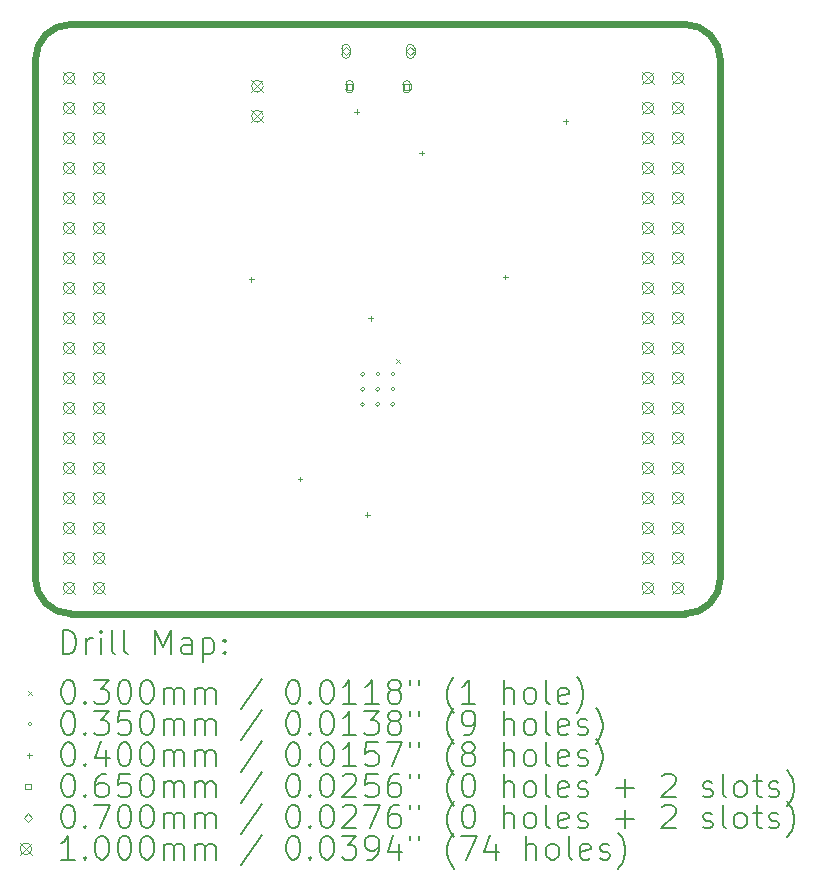
<source format=gbr>
%TF.GenerationSoftware,KiCad,Pcbnew,8.0.9-1.fc41*%
%TF.CreationDate,2025-06-25T22:36:56-07:00*%
%TF.ProjectId,rp2040_custom_devboard,72703230-3430-45f6-9375-73746f6d5f64,rev?*%
%TF.SameCoordinates,Original*%
%TF.FileFunction,Drillmap*%
%TF.FilePolarity,Positive*%
%FSLAX45Y45*%
G04 Gerber Fmt 4.5, Leading zero omitted, Abs format (unit mm)*
G04 Created by KiCad (PCBNEW 8.0.9-1.fc41) date 2025-06-25 22:36:56*
%MOMM*%
%LPD*%
G01*
G04 APERTURE LIST*
%ADD10C,0.600000*%
%ADD11C,0.200000*%
%ADD12C,0.100000*%
G04 APERTURE END LIST*
D10*
X16900000Y-8110000D02*
G75*
G02*
X17200000Y-8410000I0J-300000D01*
G01*
X11700000Y-13100000D02*
G75*
G02*
X11400000Y-12800000I0J300000D01*
G01*
X11400000Y-12800000D02*
X11400000Y-8410000D01*
X16900000Y-13100000D02*
X11700000Y-13100000D01*
X11700000Y-8110000D02*
X16900000Y-8110000D01*
X17200000Y-8410000D02*
X17200000Y-12800000D01*
X17200000Y-12800000D02*
G75*
G02*
X16900000Y-13100000I-300000J0D01*
G01*
X11400000Y-8410000D02*
G75*
G02*
X11700000Y-8110000I300000J0D01*
G01*
D11*
D12*
X14455000Y-10945000D02*
X14485000Y-10975000D01*
X14485000Y-10945000D02*
X14455000Y-10975000D01*
X14190000Y-11072500D02*
G75*
G02*
X14155000Y-11072500I-17500J0D01*
G01*
X14155000Y-11072500D02*
G75*
G02*
X14190000Y-11072500I17500J0D01*
G01*
X14190000Y-11200000D02*
G75*
G02*
X14155000Y-11200000I-17500J0D01*
G01*
X14155000Y-11200000D02*
G75*
G02*
X14190000Y-11200000I17500J0D01*
G01*
X14190000Y-11327500D02*
G75*
G02*
X14155000Y-11327500I-17500J0D01*
G01*
X14155000Y-11327500D02*
G75*
G02*
X14190000Y-11327500I17500J0D01*
G01*
X14317500Y-11072500D02*
G75*
G02*
X14282500Y-11072500I-17500J0D01*
G01*
X14282500Y-11072500D02*
G75*
G02*
X14317500Y-11072500I17500J0D01*
G01*
X14317500Y-11200000D02*
G75*
G02*
X14282500Y-11200000I-17500J0D01*
G01*
X14282500Y-11200000D02*
G75*
G02*
X14317500Y-11200000I17500J0D01*
G01*
X14317500Y-11327500D02*
G75*
G02*
X14282500Y-11327500I-17500J0D01*
G01*
X14282500Y-11327500D02*
G75*
G02*
X14317500Y-11327500I17500J0D01*
G01*
X14445000Y-11072500D02*
G75*
G02*
X14410000Y-11072500I-17500J0D01*
G01*
X14410000Y-11072500D02*
G75*
G02*
X14445000Y-11072500I17500J0D01*
G01*
X14445000Y-11200000D02*
G75*
G02*
X14410000Y-11200000I-17500J0D01*
G01*
X14410000Y-11200000D02*
G75*
G02*
X14445000Y-11200000I17500J0D01*
G01*
X14445000Y-11327500D02*
G75*
G02*
X14410000Y-11327500I-17500J0D01*
G01*
X14410000Y-11327500D02*
G75*
G02*
X14445000Y-11327500I17500J0D01*
G01*
X13230000Y-10250000D02*
X13230000Y-10290000D01*
X13210000Y-10270000D02*
X13250000Y-10270000D01*
X13640000Y-11940000D02*
X13640000Y-11980000D01*
X13620000Y-11960000D02*
X13660000Y-11960000D01*
X14120000Y-8830000D02*
X14120000Y-8870000D01*
X14100000Y-8850000D02*
X14140000Y-8850000D01*
X14210000Y-12240000D02*
X14210000Y-12280000D01*
X14190000Y-12260000D02*
X14230000Y-12260000D01*
X14240000Y-10580000D02*
X14240000Y-10620000D01*
X14220000Y-10600000D02*
X14260000Y-10600000D01*
X14670000Y-9180000D02*
X14670000Y-9220000D01*
X14650000Y-9200000D02*
X14690000Y-9200000D01*
X15380000Y-10230000D02*
X15380000Y-10270000D01*
X15360000Y-10250000D02*
X15400000Y-10250000D01*
X15890000Y-8910000D02*
X15890000Y-8950000D01*
X15870000Y-8930000D02*
X15910000Y-8930000D01*
X14083481Y-8661481D02*
X14083481Y-8615519D01*
X14037519Y-8615519D01*
X14037519Y-8661481D01*
X14083481Y-8661481D01*
X14028000Y-8618500D02*
X14028000Y-8658500D01*
X14093000Y-8658500D02*
G75*
G02*
X14028000Y-8658500I-32500J0D01*
G01*
X14093000Y-8658500D02*
X14093000Y-8618500D01*
X14093000Y-8618500D02*
G75*
G03*
X14028000Y-8618500I-32500J0D01*
G01*
X14567481Y-8661481D02*
X14567481Y-8615519D01*
X14521519Y-8615519D01*
X14521519Y-8661481D01*
X14567481Y-8661481D01*
X14512000Y-8618500D02*
X14512000Y-8658500D01*
X14577000Y-8658500D02*
G75*
G02*
X14512000Y-8658500I-32500J0D01*
G01*
X14577000Y-8658500D02*
X14577000Y-8618500D01*
X14577000Y-8618500D02*
G75*
G03*
X14512000Y-8618500I-32500J0D01*
G01*
X14029500Y-8373500D02*
X14064500Y-8338500D01*
X14029500Y-8303500D01*
X13994500Y-8338500D01*
X14029500Y-8373500D01*
X13994500Y-8313500D02*
X13994500Y-8363500D01*
X14064500Y-8363500D02*
G75*
G02*
X13994500Y-8363500I-35000J0D01*
G01*
X14064500Y-8363500D02*
X14064500Y-8313500D01*
X14064500Y-8313500D02*
G75*
G03*
X13994500Y-8313500I-35000J0D01*
G01*
X14575500Y-8373500D02*
X14610500Y-8338500D01*
X14575500Y-8303500D01*
X14540500Y-8338500D01*
X14575500Y-8373500D01*
X14540500Y-8313500D02*
X14540500Y-8363500D01*
X14610500Y-8363500D02*
G75*
G02*
X14540500Y-8363500I-35000J0D01*
G01*
X14610500Y-8363500D02*
X14610500Y-8313500D01*
X14610500Y-8313500D02*
G75*
G03*
X14540500Y-8313500I-35000J0D01*
G01*
X11636000Y-8514000D02*
X11736000Y-8614000D01*
X11736000Y-8514000D02*
X11636000Y-8614000D01*
X11736000Y-8564000D02*
G75*
G02*
X11636000Y-8564000I-50000J0D01*
G01*
X11636000Y-8564000D02*
G75*
G02*
X11736000Y-8564000I50000J0D01*
G01*
X11636000Y-8768000D02*
X11736000Y-8868000D01*
X11736000Y-8768000D02*
X11636000Y-8868000D01*
X11736000Y-8818000D02*
G75*
G02*
X11636000Y-8818000I-50000J0D01*
G01*
X11636000Y-8818000D02*
G75*
G02*
X11736000Y-8818000I50000J0D01*
G01*
X11636000Y-9022000D02*
X11736000Y-9122000D01*
X11736000Y-9022000D02*
X11636000Y-9122000D01*
X11736000Y-9072000D02*
G75*
G02*
X11636000Y-9072000I-50000J0D01*
G01*
X11636000Y-9072000D02*
G75*
G02*
X11736000Y-9072000I50000J0D01*
G01*
X11636000Y-9276000D02*
X11736000Y-9376000D01*
X11736000Y-9276000D02*
X11636000Y-9376000D01*
X11736000Y-9326000D02*
G75*
G02*
X11636000Y-9326000I-50000J0D01*
G01*
X11636000Y-9326000D02*
G75*
G02*
X11736000Y-9326000I50000J0D01*
G01*
X11636000Y-9530000D02*
X11736000Y-9630000D01*
X11736000Y-9530000D02*
X11636000Y-9630000D01*
X11736000Y-9580000D02*
G75*
G02*
X11636000Y-9580000I-50000J0D01*
G01*
X11636000Y-9580000D02*
G75*
G02*
X11736000Y-9580000I50000J0D01*
G01*
X11636000Y-9784000D02*
X11736000Y-9884000D01*
X11736000Y-9784000D02*
X11636000Y-9884000D01*
X11736000Y-9834000D02*
G75*
G02*
X11636000Y-9834000I-50000J0D01*
G01*
X11636000Y-9834000D02*
G75*
G02*
X11736000Y-9834000I50000J0D01*
G01*
X11636000Y-10038000D02*
X11736000Y-10138000D01*
X11736000Y-10038000D02*
X11636000Y-10138000D01*
X11736000Y-10088000D02*
G75*
G02*
X11636000Y-10088000I-50000J0D01*
G01*
X11636000Y-10088000D02*
G75*
G02*
X11736000Y-10088000I50000J0D01*
G01*
X11636000Y-10292000D02*
X11736000Y-10392000D01*
X11736000Y-10292000D02*
X11636000Y-10392000D01*
X11736000Y-10342000D02*
G75*
G02*
X11636000Y-10342000I-50000J0D01*
G01*
X11636000Y-10342000D02*
G75*
G02*
X11736000Y-10342000I50000J0D01*
G01*
X11636000Y-10546000D02*
X11736000Y-10646000D01*
X11736000Y-10546000D02*
X11636000Y-10646000D01*
X11736000Y-10596000D02*
G75*
G02*
X11636000Y-10596000I-50000J0D01*
G01*
X11636000Y-10596000D02*
G75*
G02*
X11736000Y-10596000I50000J0D01*
G01*
X11636000Y-10800000D02*
X11736000Y-10900000D01*
X11736000Y-10800000D02*
X11636000Y-10900000D01*
X11736000Y-10850000D02*
G75*
G02*
X11636000Y-10850000I-50000J0D01*
G01*
X11636000Y-10850000D02*
G75*
G02*
X11736000Y-10850000I50000J0D01*
G01*
X11636000Y-11054000D02*
X11736000Y-11154000D01*
X11736000Y-11054000D02*
X11636000Y-11154000D01*
X11736000Y-11104000D02*
G75*
G02*
X11636000Y-11104000I-50000J0D01*
G01*
X11636000Y-11104000D02*
G75*
G02*
X11736000Y-11104000I50000J0D01*
G01*
X11636000Y-11308000D02*
X11736000Y-11408000D01*
X11736000Y-11308000D02*
X11636000Y-11408000D01*
X11736000Y-11358000D02*
G75*
G02*
X11636000Y-11358000I-50000J0D01*
G01*
X11636000Y-11358000D02*
G75*
G02*
X11736000Y-11358000I50000J0D01*
G01*
X11636000Y-11562000D02*
X11736000Y-11662000D01*
X11736000Y-11562000D02*
X11636000Y-11662000D01*
X11736000Y-11612000D02*
G75*
G02*
X11636000Y-11612000I-50000J0D01*
G01*
X11636000Y-11612000D02*
G75*
G02*
X11736000Y-11612000I50000J0D01*
G01*
X11636000Y-11816000D02*
X11736000Y-11916000D01*
X11736000Y-11816000D02*
X11636000Y-11916000D01*
X11736000Y-11866000D02*
G75*
G02*
X11636000Y-11866000I-50000J0D01*
G01*
X11636000Y-11866000D02*
G75*
G02*
X11736000Y-11866000I50000J0D01*
G01*
X11636000Y-12070000D02*
X11736000Y-12170000D01*
X11736000Y-12070000D02*
X11636000Y-12170000D01*
X11736000Y-12120000D02*
G75*
G02*
X11636000Y-12120000I-50000J0D01*
G01*
X11636000Y-12120000D02*
G75*
G02*
X11736000Y-12120000I50000J0D01*
G01*
X11636000Y-12324000D02*
X11736000Y-12424000D01*
X11736000Y-12324000D02*
X11636000Y-12424000D01*
X11736000Y-12374000D02*
G75*
G02*
X11636000Y-12374000I-50000J0D01*
G01*
X11636000Y-12374000D02*
G75*
G02*
X11736000Y-12374000I50000J0D01*
G01*
X11636000Y-12578000D02*
X11736000Y-12678000D01*
X11736000Y-12578000D02*
X11636000Y-12678000D01*
X11736000Y-12628000D02*
G75*
G02*
X11636000Y-12628000I-50000J0D01*
G01*
X11636000Y-12628000D02*
G75*
G02*
X11736000Y-12628000I50000J0D01*
G01*
X11636000Y-12832000D02*
X11736000Y-12932000D01*
X11736000Y-12832000D02*
X11636000Y-12932000D01*
X11736000Y-12882000D02*
G75*
G02*
X11636000Y-12882000I-50000J0D01*
G01*
X11636000Y-12882000D02*
G75*
G02*
X11736000Y-12882000I50000J0D01*
G01*
X11890000Y-8514000D02*
X11990000Y-8614000D01*
X11990000Y-8514000D02*
X11890000Y-8614000D01*
X11990000Y-8564000D02*
G75*
G02*
X11890000Y-8564000I-50000J0D01*
G01*
X11890000Y-8564000D02*
G75*
G02*
X11990000Y-8564000I50000J0D01*
G01*
X11890000Y-8768000D02*
X11990000Y-8868000D01*
X11990000Y-8768000D02*
X11890000Y-8868000D01*
X11990000Y-8818000D02*
G75*
G02*
X11890000Y-8818000I-50000J0D01*
G01*
X11890000Y-8818000D02*
G75*
G02*
X11990000Y-8818000I50000J0D01*
G01*
X11890000Y-9022000D02*
X11990000Y-9122000D01*
X11990000Y-9022000D02*
X11890000Y-9122000D01*
X11990000Y-9072000D02*
G75*
G02*
X11890000Y-9072000I-50000J0D01*
G01*
X11890000Y-9072000D02*
G75*
G02*
X11990000Y-9072000I50000J0D01*
G01*
X11890000Y-9276000D02*
X11990000Y-9376000D01*
X11990000Y-9276000D02*
X11890000Y-9376000D01*
X11990000Y-9326000D02*
G75*
G02*
X11890000Y-9326000I-50000J0D01*
G01*
X11890000Y-9326000D02*
G75*
G02*
X11990000Y-9326000I50000J0D01*
G01*
X11890000Y-9530000D02*
X11990000Y-9630000D01*
X11990000Y-9530000D02*
X11890000Y-9630000D01*
X11990000Y-9580000D02*
G75*
G02*
X11890000Y-9580000I-50000J0D01*
G01*
X11890000Y-9580000D02*
G75*
G02*
X11990000Y-9580000I50000J0D01*
G01*
X11890000Y-9784000D02*
X11990000Y-9884000D01*
X11990000Y-9784000D02*
X11890000Y-9884000D01*
X11990000Y-9834000D02*
G75*
G02*
X11890000Y-9834000I-50000J0D01*
G01*
X11890000Y-9834000D02*
G75*
G02*
X11990000Y-9834000I50000J0D01*
G01*
X11890000Y-10038000D02*
X11990000Y-10138000D01*
X11990000Y-10038000D02*
X11890000Y-10138000D01*
X11990000Y-10088000D02*
G75*
G02*
X11890000Y-10088000I-50000J0D01*
G01*
X11890000Y-10088000D02*
G75*
G02*
X11990000Y-10088000I50000J0D01*
G01*
X11890000Y-10292000D02*
X11990000Y-10392000D01*
X11990000Y-10292000D02*
X11890000Y-10392000D01*
X11990000Y-10342000D02*
G75*
G02*
X11890000Y-10342000I-50000J0D01*
G01*
X11890000Y-10342000D02*
G75*
G02*
X11990000Y-10342000I50000J0D01*
G01*
X11890000Y-10546000D02*
X11990000Y-10646000D01*
X11990000Y-10546000D02*
X11890000Y-10646000D01*
X11990000Y-10596000D02*
G75*
G02*
X11890000Y-10596000I-50000J0D01*
G01*
X11890000Y-10596000D02*
G75*
G02*
X11990000Y-10596000I50000J0D01*
G01*
X11890000Y-10800000D02*
X11990000Y-10900000D01*
X11990000Y-10800000D02*
X11890000Y-10900000D01*
X11990000Y-10850000D02*
G75*
G02*
X11890000Y-10850000I-50000J0D01*
G01*
X11890000Y-10850000D02*
G75*
G02*
X11990000Y-10850000I50000J0D01*
G01*
X11890000Y-11054000D02*
X11990000Y-11154000D01*
X11990000Y-11054000D02*
X11890000Y-11154000D01*
X11990000Y-11104000D02*
G75*
G02*
X11890000Y-11104000I-50000J0D01*
G01*
X11890000Y-11104000D02*
G75*
G02*
X11990000Y-11104000I50000J0D01*
G01*
X11890000Y-11308000D02*
X11990000Y-11408000D01*
X11990000Y-11308000D02*
X11890000Y-11408000D01*
X11990000Y-11358000D02*
G75*
G02*
X11890000Y-11358000I-50000J0D01*
G01*
X11890000Y-11358000D02*
G75*
G02*
X11990000Y-11358000I50000J0D01*
G01*
X11890000Y-11562000D02*
X11990000Y-11662000D01*
X11990000Y-11562000D02*
X11890000Y-11662000D01*
X11990000Y-11612000D02*
G75*
G02*
X11890000Y-11612000I-50000J0D01*
G01*
X11890000Y-11612000D02*
G75*
G02*
X11990000Y-11612000I50000J0D01*
G01*
X11890000Y-11816000D02*
X11990000Y-11916000D01*
X11990000Y-11816000D02*
X11890000Y-11916000D01*
X11990000Y-11866000D02*
G75*
G02*
X11890000Y-11866000I-50000J0D01*
G01*
X11890000Y-11866000D02*
G75*
G02*
X11990000Y-11866000I50000J0D01*
G01*
X11890000Y-12070000D02*
X11990000Y-12170000D01*
X11990000Y-12070000D02*
X11890000Y-12170000D01*
X11990000Y-12120000D02*
G75*
G02*
X11890000Y-12120000I-50000J0D01*
G01*
X11890000Y-12120000D02*
G75*
G02*
X11990000Y-12120000I50000J0D01*
G01*
X11890000Y-12324000D02*
X11990000Y-12424000D01*
X11990000Y-12324000D02*
X11890000Y-12424000D01*
X11990000Y-12374000D02*
G75*
G02*
X11890000Y-12374000I-50000J0D01*
G01*
X11890000Y-12374000D02*
G75*
G02*
X11990000Y-12374000I50000J0D01*
G01*
X11890000Y-12578000D02*
X11990000Y-12678000D01*
X11990000Y-12578000D02*
X11890000Y-12678000D01*
X11990000Y-12628000D02*
G75*
G02*
X11890000Y-12628000I-50000J0D01*
G01*
X11890000Y-12628000D02*
G75*
G02*
X11990000Y-12628000I50000J0D01*
G01*
X11890000Y-12832000D02*
X11990000Y-12932000D01*
X11990000Y-12832000D02*
X11890000Y-12932000D01*
X11990000Y-12882000D02*
G75*
G02*
X11890000Y-12882000I-50000J0D01*
G01*
X11890000Y-12882000D02*
G75*
G02*
X11990000Y-12882000I50000J0D01*
G01*
X13230000Y-8583500D02*
X13330000Y-8683500D01*
X13330000Y-8583500D02*
X13230000Y-8683500D01*
X13330000Y-8633500D02*
G75*
G02*
X13230000Y-8633500I-50000J0D01*
G01*
X13230000Y-8633500D02*
G75*
G02*
X13330000Y-8633500I50000J0D01*
G01*
X13230000Y-8837500D02*
X13330000Y-8937500D01*
X13330000Y-8837500D02*
X13230000Y-8937500D01*
X13330000Y-8887500D02*
G75*
G02*
X13230000Y-8887500I-50000J0D01*
G01*
X13230000Y-8887500D02*
G75*
G02*
X13330000Y-8887500I50000J0D01*
G01*
X16536000Y-8514000D02*
X16636000Y-8614000D01*
X16636000Y-8514000D02*
X16536000Y-8614000D01*
X16636000Y-8564000D02*
G75*
G02*
X16536000Y-8564000I-50000J0D01*
G01*
X16536000Y-8564000D02*
G75*
G02*
X16636000Y-8564000I50000J0D01*
G01*
X16536000Y-8768000D02*
X16636000Y-8868000D01*
X16636000Y-8768000D02*
X16536000Y-8868000D01*
X16636000Y-8818000D02*
G75*
G02*
X16536000Y-8818000I-50000J0D01*
G01*
X16536000Y-8818000D02*
G75*
G02*
X16636000Y-8818000I50000J0D01*
G01*
X16536000Y-9022000D02*
X16636000Y-9122000D01*
X16636000Y-9022000D02*
X16536000Y-9122000D01*
X16636000Y-9072000D02*
G75*
G02*
X16536000Y-9072000I-50000J0D01*
G01*
X16536000Y-9072000D02*
G75*
G02*
X16636000Y-9072000I50000J0D01*
G01*
X16536000Y-9276000D02*
X16636000Y-9376000D01*
X16636000Y-9276000D02*
X16536000Y-9376000D01*
X16636000Y-9326000D02*
G75*
G02*
X16536000Y-9326000I-50000J0D01*
G01*
X16536000Y-9326000D02*
G75*
G02*
X16636000Y-9326000I50000J0D01*
G01*
X16536000Y-9530000D02*
X16636000Y-9630000D01*
X16636000Y-9530000D02*
X16536000Y-9630000D01*
X16636000Y-9580000D02*
G75*
G02*
X16536000Y-9580000I-50000J0D01*
G01*
X16536000Y-9580000D02*
G75*
G02*
X16636000Y-9580000I50000J0D01*
G01*
X16536000Y-9784000D02*
X16636000Y-9884000D01*
X16636000Y-9784000D02*
X16536000Y-9884000D01*
X16636000Y-9834000D02*
G75*
G02*
X16536000Y-9834000I-50000J0D01*
G01*
X16536000Y-9834000D02*
G75*
G02*
X16636000Y-9834000I50000J0D01*
G01*
X16536000Y-10038000D02*
X16636000Y-10138000D01*
X16636000Y-10038000D02*
X16536000Y-10138000D01*
X16636000Y-10088000D02*
G75*
G02*
X16536000Y-10088000I-50000J0D01*
G01*
X16536000Y-10088000D02*
G75*
G02*
X16636000Y-10088000I50000J0D01*
G01*
X16536000Y-10292000D02*
X16636000Y-10392000D01*
X16636000Y-10292000D02*
X16536000Y-10392000D01*
X16636000Y-10342000D02*
G75*
G02*
X16536000Y-10342000I-50000J0D01*
G01*
X16536000Y-10342000D02*
G75*
G02*
X16636000Y-10342000I50000J0D01*
G01*
X16536000Y-10546000D02*
X16636000Y-10646000D01*
X16636000Y-10546000D02*
X16536000Y-10646000D01*
X16636000Y-10596000D02*
G75*
G02*
X16536000Y-10596000I-50000J0D01*
G01*
X16536000Y-10596000D02*
G75*
G02*
X16636000Y-10596000I50000J0D01*
G01*
X16536000Y-10800000D02*
X16636000Y-10900000D01*
X16636000Y-10800000D02*
X16536000Y-10900000D01*
X16636000Y-10850000D02*
G75*
G02*
X16536000Y-10850000I-50000J0D01*
G01*
X16536000Y-10850000D02*
G75*
G02*
X16636000Y-10850000I50000J0D01*
G01*
X16536000Y-11054000D02*
X16636000Y-11154000D01*
X16636000Y-11054000D02*
X16536000Y-11154000D01*
X16636000Y-11104000D02*
G75*
G02*
X16536000Y-11104000I-50000J0D01*
G01*
X16536000Y-11104000D02*
G75*
G02*
X16636000Y-11104000I50000J0D01*
G01*
X16536000Y-11308000D02*
X16636000Y-11408000D01*
X16636000Y-11308000D02*
X16536000Y-11408000D01*
X16636000Y-11358000D02*
G75*
G02*
X16536000Y-11358000I-50000J0D01*
G01*
X16536000Y-11358000D02*
G75*
G02*
X16636000Y-11358000I50000J0D01*
G01*
X16536000Y-11562000D02*
X16636000Y-11662000D01*
X16636000Y-11562000D02*
X16536000Y-11662000D01*
X16636000Y-11612000D02*
G75*
G02*
X16536000Y-11612000I-50000J0D01*
G01*
X16536000Y-11612000D02*
G75*
G02*
X16636000Y-11612000I50000J0D01*
G01*
X16536000Y-11816000D02*
X16636000Y-11916000D01*
X16636000Y-11816000D02*
X16536000Y-11916000D01*
X16636000Y-11866000D02*
G75*
G02*
X16536000Y-11866000I-50000J0D01*
G01*
X16536000Y-11866000D02*
G75*
G02*
X16636000Y-11866000I50000J0D01*
G01*
X16536000Y-12070000D02*
X16636000Y-12170000D01*
X16636000Y-12070000D02*
X16536000Y-12170000D01*
X16636000Y-12120000D02*
G75*
G02*
X16536000Y-12120000I-50000J0D01*
G01*
X16536000Y-12120000D02*
G75*
G02*
X16636000Y-12120000I50000J0D01*
G01*
X16536000Y-12324000D02*
X16636000Y-12424000D01*
X16636000Y-12324000D02*
X16536000Y-12424000D01*
X16636000Y-12374000D02*
G75*
G02*
X16536000Y-12374000I-50000J0D01*
G01*
X16536000Y-12374000D02*
G75*
G02*
X16636000Y-12374000I50000J0D01*
G01*
X16536000Y-12578000D02*
X16636000Y-12678000D01*
X16636000Y-12578000D02*
X16536000Y-12678000D01*
X16636000Y-12628000D02*
G75*
G02*
X16536000Y-12628000I-50000J0D01*
G01*
X16536000Y-12628000D02*
G75*
G02*
X16636000Y-12628000I50000J0D01*
G01*
X16536000Y-12832000D02*
X16636000Y-12932000D01*
X16636000Y-12832000D02*
X16536000Y-12932000D01*
X16636000Y-12882000D02*
G75*
G02*
X16536000Y-12882000I-50000J0D01*
G01*
X16536000Y-12882000D02*
G75*
G02*
X16636000Y-12882000I50000J0D01*
G01*
X16790000Y-8514000D02*
X16890000Y-8614000D01*
X16890000Y-8514000D02*
X16790000Y-8614000D01*
X16890000Y-8564000D02*
G75*
G02*
X16790000Y-8564000I-50000J0D01*
G01*
X16790000Y-8564000D02*
G75*
G02*
X16890000Y-8564000I50000J0D01*
G01*
X16790000Y-8768000D02*
X16890000Y-8868000D01*
X16890000Y-8768000D02*
X16790000Y-8868000D01*
X16890000Y-8818000D02*
G75*
G02*
X16790000Y-8818000I-50000J0D01*
G01*
X16790000Y-8818000D02*
G75*
G02*
X16890000Y-8818000I50000J0D01*
G01*
X16790000Y-9022000D02*
X16890000Y-9122000D01*
X16890000Y-9022000D02*
X16790000Y-9122000D01*
X16890000Y-9072000D02*
G75*
G02*
X16790000Y-9072000I-50000J0D01*
G01*
X16790000Y-9072000D02*
G75*
G02*
X16890000Y-9072000I50000J0D01*
G01*
X16790000Y-9276000D02*
X16890000Y-9376000D01*
X16890000Y-9276000D02*
X16790000Y-9376000D01*
X16890000Y-9326000D02*
G75*
G02*
X16790000Y-9326000I-50000J0D01*
G01*
X16790000Y-9326000D02*
G75*
G02*
X16890000Y-9326000I50000J0D01*
G01*
X16790000Y-9530000D02*
X16890000Y-9630000D01*
X16890000Y-9530000D02*
X16790000Y-9630000D01*
X16890000Y-9580000D02*
G75*
G02*
X16790000Y-9580000I-50000J0D01*
G01*
X16790000Y-9580000D02*
G75*
G02*
X16890000Y-9580000I50000J0D01*
G01*
X16790000Y-9784000D02*
X16890000Y-9884000D01*
X16890000Y-9784000D02*
X16790000Y-9884000D01*
X16890000Y-9834000D02*
G75*
G02*
X16790000Y-9834000I-50000J0D01*
G01*
X16790000Y-9834000D02*
G75*
G02*
X16890000Y-9834000I50000J0D01*
G01*
X16790000Y-10038000D02*
X16890000Y-10138000D01*
X16890000Y-10038000D02*
X16790000Y-10138000D01*
X16890000Y-10088000D02*
G75*
G02*
X16790000Y-10088000I-50000J0D01*
G01*
X16790000Y-10088000D02*
G75*
G02*
X16890000Y-10088000I50000J0D01*
G01*
X16790000Y-10292000D02*
X16890000Y-10392000D01*
X16890000Y-10292000D02*
X16790000Y-10392000D01*
X16890000Y-10342000D02*
G75*
G02*
X16790000Y-10342000I-50000J0D01*
G01*
X16790000Y-10342000D02*
G75*
G02*
X16890000Y-10342000I50000J0D01*
G01*
X16790000Y-10546000D02*
X16890000Y-10646000D01*
X16890000Y-10546000D02*
X16790000Y-10646000D01*
X16890000Y-10596000D02*
G75*
G02*
X16790000Y-10596000I-50000J0D01*
G01*
X16790000Y-10596000D02*
G75*
G02*
X16890000Y-10596000I50000J0D01*
G01*
X16790000Y-10800000D02*
X16890000Y-10900000D01*
X16890000Y-10800000D02*
X16790000Y-10900000D01*
X16890000Y-10850000D02*
G75*
G02*
X16790000Y-10850000I-50000J0D01*
G01*
X16790000Y-10850000D02*
G75*
G02*
X16890000Y-10850000I50000J0D01*
G01*
X16790000Y-11054000D02*
X16890000Y-11154000D01*
X16890000Y-11054000D02*
X16790000Y-11154000D01*
X16890000Y-11104000D02*
G75*
G02*
X16790000Y-11104000I-50000J0D01*
G01*
X16790000Y-11104000D02*
G75*
G02*
X16890000Y-11104000I50000J0D01*
G01*
X16790000Y-11308000D02*
X16890000Y-11408000D01*
X16890000Y-11308000D02*
X16790000Y-11408000D01*
X16890000Y-11358000D02*
G75*
G02*
X16790000Y-11358000I-50000J0D01*
G01*
X16790000Y-11358000D02*
G75*
G02*
X16890000Y-11358000I50000J0D01*
G01*
X16790000Y-11562000D02*
X16890000Y-11662000D01*
X16890000Y-11562000D02*
X16790000Y-11662000D01*
X16890000Y-11612000D02*
G75*
G02*
X16790000Y-11612000I-50000J0D01*
G01*
X16790000Y-11612000D02*
G75*
G02*
X16890000Y-11612000I50000J0D01*
G01*
X16790000Y-11816000D02*
X16890000Y-11916000D01*
X16890000Y-11816000D02*
X16790000Y-11916000D01*
X16890000Y-11866000D02*
G75*
G02*
X16790000Y-11866000I-50000J0D01*
G01*
X16790000Y-11866000D02*
G75*
G02*
X16890000Y-11866000I50000J0D01*
G01*
X16790000Y-12070000D02*
X16890000Y-12170000D01*
X16890000Y-12070000D02*
X16790000Y-12170000D01*
X16890000Y-12120000D02*
G75*
G02*
X16790000Y-12120000I-50000J0D01*
G01*
X16790000Y-12120000D02*
G75*
G02*
X16890000Y-12120000I50000J0D01*
G01*
X16790000Y-12324000D02*
X16890000Y-12424000D01*
X16890000Y-12324000D02*
X16790000Y-12424000D01*
X16890000Y-12374000D02*
G75*
G02*
X16790000Y-12374000I-50000J0D01*
G01*
X16790000Y-12374000D02*
G75*
G02*
X16890000Y-12374000I50000J0D01*
G01*
X16790000Y-12578000D02*
X16890000Y-12678000D01*
X16890000Y-12578000D02*
X16790000Y-12678000D01*
X16890000Y-12628000D02*
G75*
G02*
X16790000Y-12628000I-50000J0D01*
G01*
X16790000Y-12628000D02*
G75*
G02*
X16890000Y-12628000I50000J0D01*
G01*
X16790000Y-12832000D02*
X16890000Y-12932000D01*
X16890000Y-12832000D02*
X16790000Y-12932000D01*
X16890000Y-12882000D02*
G75*
G02*
X16790000Y-12882000I-50000J0D01*
G01*
X16790000Y-12882000D02*
G75*
G02*
X16890000Y-12882000I50000J0D01*
G01*
D11*
X11630777Y-13441484D02*
X11630777Y-13241484D01*
X11630777Y-13241484D02*
X11678396Y-13241484D01*
X11678396Y-13241484D02*
X11706967Y-13251008D01*
X11706967Y-13251008D02*
X11726015Y-13270055D01*
X11726015Y-13270055D02*
X11735539Y-13289103D01*
X11735539Y-13289103D02*
X11745062Y-13327198D01*
X11745062Y-13327198D02*
X11745062Y-13355769D01*
X11745062Y-13355769D02*
X11735539Y-13393865D01*
X11735539Y-13393865D02*
X11726015Y-13412912D01*
X11726015Y-13412912D02*
X11706967Y-13431960D01*
X11706967Y-13431960D02*
X11678396Y-13441484D01*
X11678396Y-13441484D02*
X11630777Y-13441484D01*
X11830777Y-13441484D02*
X11830777Y-13308150D01*
X11830777Y-13346246D02*
X11840301Y-13327198D01*
X11840301Y-13327198D02*
X11849824Y-13317674D01*
X11849824Y-13317674D02*
X11868872Y-13308150D01*
X11868872Y-13308150D02*
X11887920Y-13308150D01*
X11954586Y-13441484D02*
X11954586Y-13308150D01*
X11954586Y-13241484D02*
X11945062Y-13251008D01*
X11945062Y-13251008D02*
X11954586Y-13260531D01*
X11954586Y-13260531D02*
X11964110Y-13251008D01*
X11964110Y-13251008D02*
X11954586Y-13241484D01*
X11954586Y-13241484D02*
X11954586Y-13260531D01*
X12078396Y-13441484D02*
X12059348Y-13431960D01*
X12059348Y-13431960D02*
X12049824Y-13412912D01*
X12049824Y-13412912D02*
X12049824Y-13241484D01*
X12183158Y-13441484D02*
X12164110Y-13431960D01*
X12164110Y-13431960D02*
X12154586Y-13412912D01*
X12154586Y-13412912D02*
X12154586Y-13241484D01*
X12411729Y-13441484D02*
X12411729Y-13241484D01*
X12411729Y-13241484D02*
X12478396Y-13384341D01*
X12478396Y-13384341D02*
X12545062Y-13241484D01*
X12545062Y-13241484D02*
X12545062Y-13441484D01*
X12726015Y-13441484D02*
X12726015Y-13336722D01*
X12726015Y-13336722D02*
X12716491Y-13317674D01*
X12716491Y-13317674D02*
X12697443Y-13308150D01*
X12697443Y-13308150D02*
X12659348Y-13308150D01*
X12659348Y-13308150D02*
X12640301Y-13317674D01*
X12726015Y-13431960D02*
X12706967Y-13441484D01*
X12706967Y-13441484D02*
X12659348Y-13441484D01*
X12659348Y-13441484D02*
X12640301Y-13431960D01*
X12640301Y-13431960D02*
X12630777Y-13412912D01*
X12630777Y-13412912D02*
X12630777Y-13393865D01*
X12630777Y-13393865D02*
X12640301Y-13374817D01*
X12640301Y-13374817D02*
X12659348Y-13365293D01*
X12659348Y-13365293D02*
X12706967Y-13365293D01*
X12706967Y-13365293D02*
X12726015Y-13355769D01*
X12821253Y-13308150D02*
X12821253Y-13508150D01*
X12821253Y-13317674D02*
X12840301Y-13308150D01*
X12840301Y-13308150D02*
X12878396Y-13308150D01*
X12878396Y-13308150D02*
X12897443Y-13317674D01*
X12897443Y-13317674D02*
X12906967Y-13327198D01*
X12906967Y-13327198D02*
X12916491Y-13346246D01*
X12916491Y-13346246D02*
X12916491Y-13403388D01*
X12916491Y-13403388D02*
X12906967Y-13422436D01*
X12906967Y-13422436D02*
X12897443Y-13431960D01*
X12897443Y-13431960D02*
X12878396Y-13441484D01*
X12878396Y-13441484D02*
X12840301Y-13441484D01*
X12840301Y-13441484D02*
X12821253Y-13431960D01*
X13002205Y-13422436D02*
X13011729Y-13431960D01*
X13011729Y-13431960D02*
X13002205Y-13441484D01*
X13002205Y-13441484D02*
X12992682Y-13431960D01*
X12992682Y-13431960D02*
X13002205Y-13422436D01*
X13002205Y-13422436D02*
X13002205Y-13441484D01*
X13002205Y-13317674D02*
X13011729Y-13327198D01*
X13011729Y-13327198D02*
X13002205Y-13336722D01*
X13002205Y-13336722D02*
X12992682Y-13327198D01*
X12992682Y-13327198D02*
X13002205Y-13317674D01*
X13002205Y-13317674D02*
X13002205Y-13336722D01*
D12*
X11340000Y-13755000D02*
X11370000Y-13785000D01*
X11370000Y-13755000D02*
X11340000Y-13785000D01*
D11*
X11668872Y-13661484D02*
X11687920Y-13661484D01*
X11687920Y-13661484D02*
X11706967Y-13671008D01*
X11706967Y-13671008D02*
X11716491Y-13680531D01*
X11716491Y-13680531D02*
X11726015Y-13699579D01*
X11726015Y-13699579D02*
X11735539Y-13737674D01*
X11735539Y-13737674D02*
X11735539Y-13785293D01*
X11735539Y-13785293D02*
X11726015Y-13823388D01*
X11726015Y-13823388D02*
X11716491Y-13842436D01*
X11716491Y-13842436D02*
X11706967Y-13851960D01*
X11706967Y-13851960D02*
X11687920Y-13861484D01*
X11687920Y-13861484D02*
X11668872Y-13861484D01*
X11668872Y-13861484D02*
X11649824Y-13851960D01*
X11649824Y-13851960D02*
X11640301Y-13842436D01*
X11640301Y-13842436D02*
X11630777Y-13823388D01*
X11630777Y-13823388D02*
X11621253Y-13785293D01*
X11621253Y-13785293D02*
X11621253Y-13737674D01*
X11621253Y-13737674D02*
X11630777Y-13699579D01*
X11630777Y-13699579D02*
X11640301Y-13680531D01*
X11640301Y-13680531D02*
X11649824Y-13671008D01*
X11649824Y-13671008D02*
X11668872Y-13661484D01*
X11821253Y-13842436D02*
X11830777Y-13851960D01*
X11830777Y-13851960D02*
X11821253Y-13861484D01*
X11821253Y-13861484D02*
X11811729Y-13851960D01*
X11811729Y-13851960D02*
X11821253Y-13842436D01*
X11821253Y-13842436D02*
X11821253Y-13861484D01*
X11897443Y-13661484D02*
X12021253Y-13661484D01*
X12021253Y-13661484D02*
X11954586Y-13737674D01*
X11954586Y-13737674D02*
X11983158Y-13737674D01*
X11983158Y-13737674D02*
X12002205Y-13747198D01*
X12002205Y-13747198D02*
X12011729Y-13756722D01*
X12011729Y-13756722D02*
X12021253Y-13775769D01*
X12021253Y-13775769D02*
X12021253Y-13823388D01*
X12021253Y-13823388D02*
X12011729Y-13842436D01*
X12011729Y-13842436D02*
X12002205Y-13851960D01*
X12002205Y-13851960D02*
X11983158Y-13861484D01*
X11983158Y-13861484D02*
X11926015Y-13861484D01*
X11926015Y-13861484D02*
X11906967Y-13851960D01*
X11906967Y-13851960D02*
X11897443Y-13842436D01*
X12145062Y-13661484D02*
X12164110Y-13661484D01*
X12164110Y-13661484D02*
X12183158Y-13671008D01*
X12183158Y-13671008D02*
X12192682Y-13680531D01*
X12192682Y-13680531D02*
X12202205Y-13699579D01*
X12202205Y-13699579D02*
X12211729Y-13737674D01*
X12211729Y-13737674D02*
X12211729Y-13785293D01*
X12211729Y-13785293D02*
X12202205Y-13823388D01*
X12202205Y-13823388D02*
X12192682Y-13842436D01*
X12192682Y-13842436D02*
X12183158Y-13851960D01*
X12183158Y-13851960D02*
X12164110Y-13861484D01*
X12164110Y-13861484D02*
X12145062Y-13861484D01*
X12145062Y-13861484D02*
X12126015Y-13851960D01*
X12126015Y-13851960D02*
X12116491Y-13842436D01*
X12116491Y-13842436D02*
X12106967Y-13823388D01*
X12106967Y-13823388D02*
X12097443Y-13785293D01*
X12097443Y-13785293D02*
X12097443Y-13737674D01*
X12097443Y-13737674D02*
X12106967Y-13699579D01*
X12106967Y-13699579D02*
X12116491Y-13680531D01*
X12116491Y-13680531D02*
X12126015Y-13671008D01*
X12126015Y-13671008D02*
X12145062Y-13661484D01*
X12335539Y-13661484D02*
X12354586Y-13661484D01*
X12354586Y-13661484D02*
X12373634Y-13671008D01*
X12373634Y-13671008D02*
X12383158Y-13680531D01*
X12383158Y-13680531D02*
X12392682Y-13699579D01*
X12392682Y-13699579D02*
X12402205Y-13737674D01*
X12402205Y-13737674D02*
X12402205Y-13785293D01*
X12402205Y-13785293D02*
X12392682Y-13823388D01*
X12392682Y-13823388D02*
X12383158Y-13842436D01*
X12383158Y-13842436D02*
X12373634Y-13851960D01*
X12373634Y-13851960D02*
X12354586Y-13861484D01*
X12354586Y-13861484D02*
X12335539Y-13861484D01*
X12335539Y-13861484D02*
X12316491Y-13851960D01*
X12316491Y-13851960D02*
X12306967Y-13842436D01*
X12306967Y-13842436D02*
X12297443Y-13823388D01*
X12297443Y-13823388D02*
X12287920Y-13785293D01*
X12287920Y-13785293D02*
X12287920Y-13737674D01*
X12287920Y-13737674D02*
X12297443Y-13699579D01*
X12297443Y-13699579D02*
X12306967Y-13680531D01*
X12306967Y-13680531D02*
X12316491Y-13671008D01*
X12316491Y-13671008D02*
X12335539Y-13661484D01*
X12487920Y-13861484D02*
X12487920Y-13728150D01*
X12487920Y-13747198D02*
X12497443Y-13737674D01*
X12497443Y-13737674D02*
X12516491Y-13728150D01*
X12516491Y-13728150D02*
X12545063Y-13728150D01*
X12545063Y-13728150D02*
X12564110Y-13737674D01*
X12564110Y-13737674D02*
X12573634Y-13756722D01*
X12573634Y-13756722D02*
X12573634Y-13861484D01*
X12573634Y-13756722D02*
X12583158Y-13737674D01*
X12583158Y-13737674D02*
X12602205Y-13728150D01*
X12602205Y-13728150D02*
X12630777Y-13728150D01*
X12630777Y-13728150D02*
X12649824Y-13737674D01*
X12649824Y-13737674D02*
X12659348Y-13756722D01*
X12659348Y-13756722D02*
X12659348Y-13861484D01*
X12754586Y-13861484D02*
X12754586Y-13728150D01*
X12754586Y-13747198D02*
X12764110Y-13737674D01*
X12764110Y-13737674D02*
X12783158Y-13728150D01*
X12783158Y-13728150D02*
X12811729Y-13728150D01*
X12811729Y-13728150D02*
X12830777Y-13737674D01*
X12830777Y-13737674D02*
X12840301Y-13756722D01*
X12840301Y-13756722D02*
X12840301Y-13861484D01*
X12840301Y-13756722D02*
X12849824Y-13737674D01*
X12849824Y-13737674D02*
X12868872Y-13728150D01*
X12868872Y-13728150D02*
X12897443Y-13728150D01*
X12897443Y-13728150D02*
X12916491Y-13737674D01*
X12916491Y-13737674D02*
X12926015Y-13756722D01*
X12926015Y-13756722D02*
X12926015Y-13861484D01*
X13316491Y-13651960D02*
X13145063Y-13909103D01*
X13573634Y-13661484D02*
X13592682Y-13661484D01*
X13592682Y-13661484D02*
X13611729Y-13671008D01*
X13611729Y-13671008D02*
X13621253Y-13680531D01*
X13621253Y-13680531D02*
X13630777Y-13699579D01*
X13630777Y-13699579D02*
X13640301Y-13737674D01*
X13640301Y-13737674D02*
X13640301Y-13785293D01*
X13640301Y-13785293D02*
X13630777Y-13823388D01*
X13630777Y-13823388D02*
X13621253Y-13842436D01*
X13621253Y-13842436D02*
X13611729Y-13851960D01*
X13611729Y-13851960D02*
X13592682Y-13861484D01*
X13592682Y-13861484D02*
X13573634Y-13861484D01*
X13573634Y-13861484D02*
X13554586Y-13851960D01*
X13554586Y-13851960D02*
X13545063Y-13842436D01*
X13545063Y-13842436D02*
X13535539Y-13823388D01*
X13535539Y-13823388D02*
X13526015Y-13785293D01*
X13526015Y-13785293D02*
X13526015Y-13737674D01*
X13526015Y-13737674D02*
X13535539Y-13699579D01*
X13535539Y-13699579D02*
X13545063Y-13680531D01*
X13545063Y-13680531D02*
X13554586Y-13671008D01*
X13554586Y-13671008D02*
X13573634Y-13661484D01*
X13726015Y-13842436D02*
X13735539Y-13851960D01*
X13735539Y-13851960D02*
X13726015Y-13861484D01*
X13726015Y-13861484D02*
X13716491Y-13851960D01*
X13716491Y-13851960D02*
X13726015Y-13842436D01*
X13726015Y-13842436D02*
X13726015Y-13861484D01*
X13859348Y-13661484D02*
X13878396Y-13661484D01*
X13878396Y-13661484D02*
X13897444Y-13671008D01*
X13897444Y-13671008D02*
X13906967Y-13680531D01*
X13906967Y-13680531D02*
X13916491Y-13699579D01*
X13916491Y-13699579D02*
X13926015Y-13737674D01*
X13926015Y-13737674D02*
X13926015Y-13785293D01*
X13926015Y-13785293D02*
X13916491Y-13823388D01*
X13916491Y-13823388D02*
X13906967Y-13842436D01*
X13906967Y-13842436D02*
X13897444Y-13851960D01*
X13897444Y-13851960D02*
X13878396Y-13861484D01*
X13878396Y-13861484D02*
X13859348Y-13861484D01*
X13859348Y-13861484D02*
X13840301Y-13851960D01*
X13840301Y-13851960D02*
X13830777Y-13842436D01*
X13830777Y-13842436D02*
X13821253Y-13823388D01*
X13821253Y-13823388D02*
X13811729Y-13785293D01*
X13811729Y-13785293D02*
X13811729Y-13737674D01*
X13811729Y-13737674D02*
X13821253Y-13699579D01*
X13821253Y-13699579D02*
X13830777Y-13680531D01*
X13830777Y-13680531D02*
X13840301Y-13671008D01*
X13840301Y-13671008D02*
X13859348Y-13661484D01*
X14116491Y-13861484D02*
X14002206Y-13861484D01*
X14059348Y-13861484D02*
X14059348Y-13661484D01*
X14059348Y-13661484D02*
X14040301Y-13690055D01*
X14040301Y-13690055D02*
X14021253Y-13709103D01*
X14021253Y-13709103D02*
X14002206Y-13718627D01*
X14306967Y-13861484D02*
X14192682Y-13861484D01*
X14249825Y-13861484D02*
X14249825Y-13661484D01*
X14249825Y-13661484D02*
X14230777Y-13690055D01*
X14230777Y-13690055D02*
X14211729Y-13709103D01*
X14211729Y-13709103D02*
X14192682Y-13718627D01*
X14421253Y-13747198D02*
X14402206Y-13737674D01*
X14402206Y-13737674D02*
X14392682Y-13728150D01*
X14392682Y-13728150D02*
X14383158Y-13709103D01*
X14383158Y-13709103D02*
X14383158Y-13699579D01*
X14383158Y-13699579D02*
X14392682Y-13680531D01*
X14392682Y-13680531D02*
X14402206Y-13671008D01*
X14402206Y-13671008D02*
X14421253Y-13661484D01*
X14421253Y-13661484D02*
X14459348Y-13661484D01*
X14459348Y-13661484D02*
X14478396Y-13671008D01*
X14478396Y-13671008D02*
X14487920Y-13680531D01*
X14487920Y-13680531D02*
X14497444Y-13699579D01*
X14497444Y-13699579D02*
X14497444Y-13709103D01*
X14497444Y-13709103D02*
X14487920Y-13728150D01*
X14487920Y-13728150D02*
X14478396Y-13737674D01*
X14478396Y-13737674D02*
X14459348Y-13747198D01*
X14459348Y-13747198D02*
X14421253Y-13747198D01*
X14421253Y-13747198D02*
X14402206Y-13756722D01*
X14402206Y-13756722D02*
X14392682Y-13766246D01*
X14392682Y-13766246D02*
X14383158Y-13785293D01*
X14383158Y-13785293D02*
X14383158Y-13823388D01*
X14383158Y-13823388D02*
X14392682Y-13842436D01*
X14392682Y-13842436D02*
X14402206Y-13851960D01*
X14402206Y-13851960D02*
X14421253Y-13861484D01*
X14421253Y-13861484D02*
X14459348Y-13861484D01*
X14459348Y-13861484D02*
X14478396Y-13851960D01*
X14478396Y-13851960D02*
X14487920Y-13842436D01*
X14487920Y-13842436D02*
X14497444Y-13823388D01*
X14497444Y-13823388D02*
X14497444Y-13785293D01*
X14497444Y-13785293D02*
X14487920Y-13766246D01*
X14487920Y-13766246D02*
X14478396Y-13756722D01*
X14478396Y-13756722D02*
X14459348Y-13747198D01*
X14573634Y-13661484D02*
X14573634Y-13699579D01*
X14649825Y-13661484D02*
X14649825Y-13699579D01*
X14945063Y-13937674D02*
X14935539Y-13928150D01*
X14935539Y-13928150D02*
X14916491Y-13899579D01*
X14916491Y-13899579D02*
X14906968Y-13880531D01*
X14906968Y-13880531D02*
X14897444Y-13851960D01*
X14897444Y-13851960D02*
X14887920Y-13804341D01*
X14887920Y-13804341D02*
X14887920Y-13766246D01*
X14887920Y-13766246D02*
X14897444Y-13718627D01*
X14897444Y-13718627D02*
X14906968Y-13690055D01*
X14906968Y-13690055D02*
X14916491Y-13671008D01*
X14916491Y-13671008D02*
X14935539Y-13642436D01*
X14935539Y-13642436D02*
X14945063Y-13632912D01*
X15126015Y-13861484D02*
X15011729Y-13861484D01*
X15068872Y-13861484D02*
X15068872Y-13661484D01*
X15068872Y-13661484D02*
X15049825Y-13690055D01*
X15049825Y-13690055D02*
X15030777Y-13709103D01*
X15030777Y-13709103D02*
X15011729Y-13718627D01*
X15364110Y-13861484D02*
X15364110Y-13661484D01*
X15449825Y-13861484D02*
X15449825Y-13756722D01*
X15449825Y-13756722D02*
X15440301Y-13737674D01*
X15440301Y-13737674D02*
X15421253Y-13728150D01*
X15421253Y-13728150D02*
X15392682Y-13728150D01*
X15392682Y-13728150D02*
X15373634Y-13737674D01*
X15373634Y-13737674D02*
X15364110Y-13747198D01*
X15573634Y-13861484D02*
X15554587Y-13851960D01*
X15554587Y-13851960D02*
X15545063Y-13842436D01*
X15545063Y-13842436D02*
X15535539Y-13823388D01*
X15535539Y-13823388D02*
X15535539Y-13766246D01*
X15535539Y-13766246D02*
X15545063Y-13747198D01*
X15545063Y-13747198D02*
X15554587Y-13737674D01*
X15554587Y-13737674D02*
X15573634Y-13728150D01*
X15573634Y-13728150D02*
X15602206Y-13728150D01*
X15602206Y-13728150D02*
X15621253Y-13737674D01*
X15621253Y-13737674D02*
X15630777Y-13747198D01*
X15630777Y-13747198D02*
X15640301Y-13766246D01*
X15640301Y-13766246D02*
X15640301Y-13823388D01*
X15640301Y-13823388D02*
X15630777Y-13842436D01*
X15630777Y-13842436D02*
X15621253Y-13851960D01*
X15621253Y-13851960D02*
X15602206Y-13861484D01*
X15602206Y-13861484D02*
X15573634Y-13861484D01*
X15754587Y-13861484D02*
X15735539Y-13851960D01*
X15735539Y-13851960D02*
X15726015Y-13832912D01*
X15726015Y-13832912D02*
X15726015Y-13661484D01*
X15906968Y-13851960D02*
X15887920Y-13861484D01*
X15887920Y-13861484D02*
X15849825Y-13861484D01*
X15849825Y-13861484D02*
X15830777Y-13851960D01*
X15830777Y-13851960D02*
X15821253Y-13832912D01*
X15821253Y-13832912D02*
X15821253Y-13756722D01*
X15821253Y-13756722D02*
X15830777Y-13737674D01*
X15830777Y-13737674D02*
X15849825Y-13728150D01*
X15849825Y-13728150D02*
X15887920Y-13728150D01*
X15887920Y-13728150D02*
X15906968Y-13737674D01*
X15906968Y-13737674D02*
X15916491Y-13756722D01*
X15916491Y-13756722D02*
X15916491Y-13775769D01*
X15916491Y-13775769D02*
X15821253Y-13794817D01*
X15983158Y-13937674D02*
X15992682Y-13928150D01*
X15992682Y-13928150D02*
X16011730Y-13899579D01*
X16011730Y-13899579D02*
X16021253Y-13880531D01*
X16021253Y-13880531D02*
X16030777Y-13851960D01*
X16030777Y-13851960D02*
X16040301Y-13804341D01*
X16040301Y-13804341D02*
X16040301Y-13766246D01*
X16040301Y-13766246D02*
X16030777Y-13718627D01*
X16030777Y-13718627D02*
X16021253Y-13690055D01*
X16021253Y-13690055D02*
X16011730Y-13671008D01*
X16011730Y-13671008D02*
X15992682Y-13642436D01*
X15992682Y-13642436D02*
X15983158Y-13632912D01*
D12*
X11370000Y-14034000D02*
G75*
G02*
X11335000Y-14034000I-17500J0D01*
G01*
X11335000Y-14034000D02*
G75*
G02*
X11370000Y-14034000I17500J0D01*
G01*
D11*
X11668872Y-13925484D02*
X11687920Y-13925484D01*
X11687920Y-13925484D02*
X11706967Y-13935008D01*
X11706967Y-13935008D02*
X11716491Y-13944531D01*
X11716491Y-13944531D02*
X11726015Y-13963579D01*
X11726015Y-13963579D02*
X11735539Y-14001674D01*
X11735539Y-14001674D02*
X11735539Y-14049293D01*
X11735539Y-14049293D02*
X11726015Y-14087388D01*
X11726015Y-14087388D02*
X11716491Y-14106436D01*
X11716491Y-14106436D02*
X11706967Y-14115960D01*
X11706967Y-14115960D02*
X11687920Y-14125484D01*
X11687920Y-14125484D02*
X11668872Y-14125484D01*
X11668872Y-14125484D02*
X11649824Y-14115960D01*
X11649824Y-14115960D02*
X11640301Y-14106436D01*
X11640301Y-14106436D02*
X11630777Y-14087388D01*
X11630777Y-14087388D02*
X11621253Y-14049293D01*
X11621253Y-14049293D02*
X11621253Y-14001674D01*
X11621253Y-14001674D02*
X11630777Y-13963579D01*
X11630777Y-13963579D02*
X11640301Y-13944531D01*
X11640301Y-13944531D02*
X11649824Y-13935008D01*
X11649824Y-13935008D02*
X11668872Y-13925484D01*
X11821253Y-14106436D02*
X11830777Y-14115960D01*
X11830777Y-14115960D02*
X11821253Y-14125484D01*
X11821253Y-14125484D02*
X11811729Y-14115960D01*
X11811729Y-14115960D02*
X11821253Y-14106436D01*
X11821253Y-14106436D02*
X11821253Y-14125484D01*
X11897443Y-13925484D02*
X12021253Y-13925484D01*
X12021253Y-13925484D02*
X11954586Y-14001674D01*
X11954586Y-14001674D02*
X11983158Y-14001674D01*
X11983158Y-14001674D02*
X12002205Y-14011198D01*
X12002205Y-14011198D02*
X12011729Y-14020722D01*
X12011729Y-14020722D02*
X12021253Y-14039769D01*
X12021253Y-14039769D02*
X12021253Y-14087388D01*
X12021253Y-14087388D02*
X12011729Y-14106436D01*
X12011729Y-14106436D02*
X12002205Y-14115960D01*
X12002205Y-14115960D02*
X11983158Y-14125484D01*
X11983158Y-14125484D02*
X11926015Y-14125484D01*
X11926015Y-14125484D02*
X11906967Y-14115960D01*
X11906967Y-14115960D02*
X11897443Y-14106436D01*
X12202205Y-13925484D02*
X12106967Y-13925484D01*
X12106967Y-13925484D02*
X12097443Y-14020722D01*
X12097443Y-14020722D02*
X12106967Y-14011198D01*
X12106967Y-14011198D02*
X12126015Y-14001674D01*
X12126015Y-14001674D02*
X12173634Y-14001674D01*
X12173634Y-14001674D02*
X12192682Y-14011198D01*
X12192682Y-14011198D02*
X12202205Y-14020722D01*
X12202205Y-14020722D02*
X12211729Y-14039769D01*
X12211729Y-14039769D02*
X12211729Y-14087388D01*
X12211729Y-14087388D02*
X12202205Y-14106436D01*
X12202205Y-14106436D02*
X12192682Y-14115960D01*
X12192682Y-14115960D02*
X12173634Y-14125484D01*
X12173634Y-14125484D02*
X12126015Y-14125484D01*
X12126015Y-14125484D02*
X12106967Y-14115960D01*
X12106967Y-14115960D02*
X12097443Y-14106436D01*
X12335539Y-13925484D02*
X12354586Y-13925484D01*
X12354586Y-13925484D02*
X12373634Y-13935008D01*
X12373634Y-13935008D02*
X12383158Y-13944531D01*
X12383158Y-13944531D02*
X12392682Y-13963579D01*
X12392682Y-13963579D02*
X12402205Y-14001674D01*
X12402205Y-14001674D02*
X12402205Y-14049293D01*
X12402205Y-14049293D02*
X12392682Y-14087388D01*
X12392682Y-14087388D02*
X12383158Y-14106436D01*
X12383158Y-14106436D02*
X12373634Y-14115960D01*
X12373634Y-14115960D02*
X12354586Y-14125484D01*
X12354586Y-14125484D02*
X12335539Y-14125484D01*
X12335539Y-14125484D02*
X12316491Y-14115960D01*
X12316491Y-14115960D02*
X12306967Y-14106436D01*
X12306967Y-14106436D02*
X12297443Y-14087388D01*
X12297443Y-14087388D02*
X12287920Y-14049293D01*
X12287920Y-14049293D02*
X12287920Y-14001674D01*
X12287920Y-14001674D02*
X12297443Y-13963579D01*
X12297443Y-13963579D02*
X12306967Y-13944531D01*
X12306967Y-13944531D02*
X12316491Y-13935008D01*
X12316491Y-13935008D02*
X12335539Y-13925484D01*
X12487920Y-14125484D02*
X12487920Y-13992150D01*
X12487920Y-14011198D02*
X12497443Y-14001674D01*
X12497443Y-14001674D02*
X12516491Y-13992150D01*
X12516491Y-13992150D02*
X12545063Y-13992150D01*
X12545063Y-13992150D02*
X12564110Y-14001674D01*
X12564110Y-14001674D02*
X12573634Y-14020722D01*
X12573634Y-14020722D02*
X12573634Y-14125484D01*
X12573634Y-14020722D02*
X12583158Y-14001674D01*
X12583158Y-14001674D02*
X12602205Y-13992150D01*
X12602205Y-13992150D02*
X12630777Y-13992150D01*
X12630777Y-13992150D02*
X12649824Y-14001674D01*
X12649824Y-14001674D02*
X12659348Y-14020722D01*
X12659348Y-14020722D02*
X12659348Y-14125484D01*
X12754586Y-14125484D02*
X12754586Y-13992150D01*
X12754586Y-14011198D02*
X12764110Y-14001674D01*
X12764110Y-14001674D02*
X12783158Y-13992150D01*
X12783158Y-13992150D02*
X12811729Y-13992150D01*
X12811729Y-13992150D02*
X12830777Y-14001674D01*
X12830777Y-14001674D02*
X12840301Y-14020722D01*
X12840301Y-14020722D02*
X12840301Y-14125484D01*
X12840301Y-14020722D02*
X12849824Y-14001674D01*
X12849824Y-14001674D02*
X12868872Y-13992150D01*
X12868872Y-13992150D02*
X12897443Y-13992150D01*
X12897443Y-13992150D02*
X12916491Y-14001674D01*
X12916491Y-14001674D02*
X12926015Y-14020722D01*
X12926015Y-14020722D02*
X12926015Y-14125484D01*
X13316491Y-13915960D02*
X13145063Y-14173103D01*
X13573634Y-13925484D02*
X13592682Y-13925484D01*
X13592682Y-13925484D02*
X13611729Y-13935008D01*
X13611729Y-13935008D02*
X13621253Y-13944531D01*
X13621253Y-13944531D02*
X13630777Y-13963579D01*
X13630777Y-13963579D02*
X13640301Y-14001674D01*
X13640301Y-14001674D02*
X13640301Y-14049293D01*
X13640301Y-14049293D02*
X13630777Y-14087388D01*
X13630777Y-14087388D02*
X13621253Y-14106436D01*
X13621253Y-14106436D02*
X13611729Y-14115960D01*
X13611729Y-14115960D02*
X13592682Y-14125484D01*
X13592682Y-14125484D02*
X13573634Y-14125484D01*
X13573634Y-14125484D02*
X13554586Y-14115960D01*
X13554586Y-14115960D02*
X13545063Y-14106436D01*
X13545063Y-14106436D02*
X13535539Y-14087388D01*
X13535539Y-14087388D02*
X13526015Y-14049293D01*
X13526015Y-14049293D02*
X13526015Y-14001674D01*
X13526015Y-14001674D02*
X13535539Y-13963579D01*
X13535539Y-13963579D02*
X13545063Y-13944531D01*
X13545063Y-13944531D02*
X13554586Y-13935008D01*
X13554586Y-13935008D02*
X13573634Y-13925484D01*
X13726015Y-14106436D02*
X13735539Y-14115960D01*
X13735539Y-14115960D02*
X13726015Y-14125484D01*
X13726015Y-14125484D02*
X13716491Y-14115960D01*
X13716491Y-14115960D02*
X13726015Y-14106436D01*
X13726015Y-14106436D02*
X13726015Y-14125484D01*
X13859348Y-13925484D02*
X13878396Y-13925484D01*
X13878396Y-13925484D02*
X13897444Y-13935008D01*
X13897444Y-13935008D02*
X13906967Y-13944531D01*
X13906967Y-13944531D02*
X13916491Y-13963579D01*
X13916491Y-13963579D02*
X13926015Y-14001674D01*
X13926015Y-14001674D02*
X13926015Y-14049293D01*
X13926015Y-14049293D02*
X13916491Y-14087388D01*
X13916491Y-14087388D02*
X13906967Y-14106436D01*
X13906967Y-14106436D02*
X13897444Y-14115960D01*
X13897444Y-14115960D02*
X13878396Y-14125484D01*
X13878396Y-14125484D02*
X13859348Y-14125484D01*
X13859348Y-14125484D02*
X13840301Y-14115960D01*
X13840301Y-14115960D02*
X13830777Y-14106436D01*
X13830777Y-14106436D02*
X13821253Y-14087388D01*
X13821253Y-14087388D02*
X13811729Y-14049293D01*
X13811729Y-14049293D02*
X13811729Y-14001674D01*
X13811729Y-14001674D02*
X13821253Y-13963579D01*
X13821253Y-13963579D02*
X13830777Y-13944531D01*
X13830777Y-13944531D02*
X13840301Y-13935008D01*
X13840301Y-13935008D02*
X13859348Y-13925484D01*
X14116491Y-14125484D02*
X14002206Y-14125484D01*
X14059348Y-14125484D02*
X14059348Y-13925484D01*
X14059348Y-13925484D02*
X14040301Y-13954055D01*
X14040301Y-13954055D02*
X14021253Y-13973103D01*
X14021253Y-13973103D02*
X14002206Y-13982627D01*
X14183158Y-13925484D02*
X14306967Y-13925484D01*
X14306967Y-13925484D02*
X14240301Y-14001674D01*
X14240301Y-14001674D02*
X14268872Y-14001674D01*
X14268872Y-14001674D02*
X14287920Y-14011198D01*
X14287920Y-14011198D02*
X14297444Y-14020722D01*
X14297444Y-14020722D02*
X14306967Y-14039769D01*
X14306967Y-14039769D02*
X14306967Y-14087388D01*
X14306967Y-14087388D02*
X14297444Y-14106436D01*
X14297444Y-14106436D02*
X14287920Y-14115960D01*
X14287920Y-14115960D02*
X14268872Y-14125484D01*
X14268872Y-14125484D02*
X14211729Y-14125484D01*
X14211729Y-14125484D02*
X14192682Y-14115960D01*
X14192682Y-14115960D02*
X14183158Y-14106436D01*
X14421253Y-14011198D02*
X14402206Y-14001674D01*
X14402206Y-14001674D02*
X14392682Y-13992150D01*
X14392682Y-13992150D02*
X14383158Y-13973103D01*
X14383158Y-13973103D02*
X14383158Y-13963579D01*
X14383158Y-13963579D02*
X14392682Y-13944531D01*
X14392682Y-13944531D02*
X14402206Y-13935008D01*
X14402206Y-13935008D02*
X14421253Y-13925484D01*
X14421253Y-13925484D02*
X14459348Y-13925484D01*
X14459348Y-13925484D02*
X14478396Y-13935008D01*
X14478396Y-13935008D02*
X14487920Y-13944531D01*
X14487920Y-13944531D02*
X14497444Y-13963579D01*
X14497444Y-13963579D02*
X14497444Y-13973103D01*
X14497444Y-13973103D02*
X14487920Y-13992150D01*
X14487920Y-13992150D02*
X14478396Y-14001674D01*
X14478396Y-14001674D02*
X14459348Y-14011198D01*
X14459348Y-14011198D02*
X14421253Y-14011198D01*
X14421253Y-14011198D02*
X14402206Y-14020722D01*
X14402206Y-14020722D02*
X14392682Y-14030246D01*
X14392682Y-14030246D02*
X14383158Y-14049293D01*
X14383158Y-14049293D02*
X14383158Y-14087388D01*
X14383158Y-14087388D02*
X14392682Y-14106436D01*
X14392682Y-14106436D02*
X14402206Y-14115960D01*
X14402206Y-14115960D02*
X14421253Y-14125484D01*
X14421253Y-14125484D02*
X14459348Y-14125484D01*
X14459348Y-14125484D02*
X14478396Y-14115960D01*
X14478396Y-14115960D02*
X14487920Y-14106436D01*
X14487920Y-14106436D02*
X14497444Y-14087388D01*
X14497444Y-14087388D02*
X14497444Y-14049293D01*
X14497444Y-14049293D02*
X14487920Y-14030246D01*
X14487920Y-14030246D02*
X14478396Y-14020722D01*
X14478396Y-14020722D02*
X14459348Y-14011198D01*
X14573634Y-13925484D02*
X14573634Y-13963579D01*
X14649825Y-13925484D02*
X14649825Y-13963579D01*
X14945063Y-14201674D02*
X14935539Y-14192150D01*
X14935539Y-14192150D02*
X14916491Y-14163579D01*
X14916491Y-14163579D02*
X14906968Y-14144531D01*
X14906968Y-14144531D02*
X14897444Y-14115960D01*
X14897444Y-14115960D02*
X14887920Y-14068341D01*
X14887920Y-14068341D02*
X14887920Y-14030246D01*
X14887920Y-14030246D02*
X14897444Y-13982627D01*
X14897444Y-13982627D02*
X14906968Y-13954055D01*
X14906968Y-13954055D02*
X14916491Y-13935008D01*
X14916491Y-13935008D02*
X14935539Y-13906436D01*
X14935539Y-13906436D02*
X14945063Y-13896912D01*
X15030777Y-14125484D02*
X15068872Y-14125484D01*
X15068872Y-14125484D02*
X15087920Y-14115960D01*
X15087920Y-14115960D02*
X15097444Y-14106436D01*
X15097444Y-14106436D02*
X15116491Y-14077865D01*
X15116491Y-14077865D02*
X15126015Y-14039769D01*
X15126015Y-14039769D02*
X15126015Y-13963579D01*
X15126015Y-13963579D02*
X15116491Y-13944531D01*
X15116491Y-13944531D02*
X15106968Y-13935008D01*
X15106968Y-13935008D02*
X15087920Y-13925484D01*
X15087920Y-13925484D02*
X15049825Y-13925484D01*
X15049825Y-13925484D02*
X15030777Y-13935008D01*
X15030777Y-13935008D02*
X15021253Y-13944531D01*
X15021253Y-13944531D02*
X15011729Y-13963579D01*
X15011729Y-13963579D02*
X15011729Y-14011198D01*
X15011729Y-14011198D02*
X15021253Y-14030246D01*
X15021253Y-14030246D02*
X15030777Y-14039769D01*
X15030777Y-14039769D02*
X15049825Y-14049293D01*
X15049825Y-14049293D02*
X15087920Y-14049293D01*
X15087920Y-14049293D02*
X15106968Y-14039769D01*
X15106968Y-14039769D02*
X15116491Y-14030246D01*
X15116491Y-14030246D02*
X15126015Y-14011198D01*
X15364110Y-14125484D02*
X15364110Y-13925484D01*
X15449825Y-14125484D02*
X15449825Y-14020722D01*
X15449825Y-14020722D02*
X15440301Y-14001674D01*
X15440301Y-14001674D02*
X15421253Y-13992150D01*
X15421253Y-13992150D02*
X15392682Y-13992150D01*
X15392682Y-13992150D02*
X15373634Y-14001674D01*
X15373634Y-14001674D02*
X15364110Y-14011198D01*
X15573634Y-14125484D02*
X15554587Y-14115960D01*
X15554587Y-14115960D02*
X15545063Y-14106436D01*
X15545063Y-14106436D02*
X15535539Y-14087388D01*
X15535539Y-14087388D02*
X15535539Y-14030246D01*
X15535539Y-14030246D02*
X15545063Y-14011198D01*
X15545063Y-14011198D02*
X15554587Y-14001674D01*
X15554587Y-14001674D02*
X15573634Y-13992150D01*
X15573634Y-13992150D02*
X15602206Y-13992150D01*
X15602206Y-13992150D02*
X15621253Y-14001674D01*
X15621253Y-14001674D02*
X15630777Y-14011198D01*
X15630777Y-14011198D02*
X15640301Y-14030246D01*
X15640301Y-14030246D02*
X15640301Y-14087388D01*
X15640301Y-14087388D02*
X15630777Y-14106436D01*
X15630777Y-14106436D02*
X15621253Y-14115960D01*
X15621253Y-14115960D02*
X15602206Y-14125484D01*
X15602206Y-14125484D02*
X15573634Y-14125484D01*
X15754587Y-14125484D02*
X15735539Y-14115960D01*
X15735539Y-14115960D02*
X15726015Y-14096912D01*
X15726015Y-14096912D02*
X15726015Y-13925484D01*
X15906968Y-14115960D02*
X15887920Y-14125484D01*
X15887920Y-14125484D02*
X15849825Y-14125484D01*
X15849825Y-14125484D02*
X15830777Y-14115960D01*
X15830777Y-14115960D02*
X15821253Y-14096912D01*
X15821253Y-14096912D02*
X15821253Y-14020722D01*
X15821253Y-14020722D02*
X15830777Y-14001674D01*
X15830777Y-14001674D02*
X15849825Y-13992150D01*
X15849825Y-13992150D02*
X15887920Y-13992150D01*
X15887920Y-13992150D02*
X15906968Y-14001674D01*
X15906968Y-14001674D02*
X15916491Y-14020722D01*
X15916491Y-14020722D02*
X15916491Y-14039769D01*
X15916491Y-14039769D02*
X15821253Y-14058817D01*
X15992682Y-14115960D02*
X16011730Y-14125484D01*
X16011730Y-14125484D02*
X16049825Y-14125484D01*
X16049825Y-14125484D02*
X16068872Y-14115960D01*
X16068872Y-14115960D02*
X16078396Y-14096912D01*
X16078396Y-14096912D02*
X16078396Y-14087388D01*
X16078396Y-14087388D02*
X16068872Y-14068341D01*
X16068872Y-14068341D02*
X16049825Y-14058817D01*
X16049825Y-14058817D02*
X16021253Y-14058817D01*
X16021253Y-14058817D02*
X16002206Y-14049293D01*
X16002206Y-14049293D02*
X15992682Y-14030246D01*
X15992682Y-14030246D02*
X15992682Y-14020722D01*
X15992682Y-14020722D02*
X16002206Y-14001674D01*
X16002206Y-14001674D02*
X16021253Y-13992150D01*
X16021253Y-13992150D02*
X16049825Y-13992150D01*
X16049825Y-13992150D02*
X16068872Y-14001674D01*
X16145063Y-14201674D02*
X16154587Y-14192150D01*
X16154587Y-14192150D02*
X16173634Y-14163579D01*
X16173634Y-14163579D02*
X16183158Y-14144531D01*
X16183158Y-14144531D02*
X16192682Y-14115960D01*
X16192682Y-14115960D02*
X16202206Y-14068341D01*
X16202206Y-14068341D02*
X16202206Y-14030246D01*
X16202206Y-14030246D02*
X16192682Y-13982627D01*
X16192682Y-13982627D02*
X16183158Y-13954055D01*
X16183158Y-13954055D02*
X16173634Y-13935008D01*
X16173634Y-13935008D02*
X16154587Y-13906436D01*
X16154587Y-13906436D02*
X16145063Y-13896912D01*
D12*
X11350000Y-14278000D02*
X11350000Y-14318000D01*
X11330000Y-14298000D02*
X11370000Y-14298000D01*
D11*
X11668872Y-14189484D02*
X11687920Y-14189484D01*
X11687920Y-14189484D02*
X11706967Y-14199008D01*
X11706967Y-14199008D02*
X11716491Y-14208531D01*
X11716491Y-14208531D02*
X11726015Y-14227579D01*
X11726015Y-14227579D02*
X11735539Y-14265674D01*
X11735539Y-14265674D02*
X11735539Y-14313293D01*
X11735539Y-14313293D02*
X11726015Y-14351388D01*
X11726015Y-14351388D02*
X11716491Y-14370436D01*
X11716491Y-14370436D02*
X11706967Y-14379960D01*
X11706967Y-14379960D02*
X11687920Y-14389484D01*
X11687920Y-14389484D02*
X11668872Y-14389484D01*
X11668872Y-14389484D02*
X11649824Y-14379960D01*
X11649824Y-14379960D02*
X11640301Y-14370436D01*
X11640301Y-14370436D02*
X11630777Y-14351388D01*
X11630777Y-14351388D02*
X11621253Y-14313293D01*
X11621253Y-14313293D02*
X11621253Y-14265674D01*
X11621253Y-14265674D02*
X11630777Y-14227579D01*
X11630777Y-14227579D02*
X11640301Y-14208531D01*
X11640301Y-14208531D02*
X11649824Y-14199008D01*
X11649824Y-14199008D02*
X11668872Y-14189484D01*
X11821253Y-14370436D02*
X11830777Y-14379960D01*
X11830777Y-14379960D02*
X11821253Y-14389484D01*
X11821253Y-14389484D02*
X11811729Y-14379960D01*
X11811729Y-14379960D02*
X11821253Y-14370436D01*
X11821253Y-14370436D02*
X11821253Y-14389484D01*
X12002205Y-14256150D02*
X12002205Y-14389484D01*
X11954586Y-14179960D02*
X11906967Y-14322817D01*
X11906967Y-14322817D02*
X12030777Y-14322817D01*
X12145062Y-14189484D02*
X12164110Y-14189484D01*
X12164110Y-14189484D02*
X12183158Y-14199008D01*
X12183158Y-14199008D02*
X12192682Y-14208531D01*
X12192682Y-14208531D02*
X12202205Y-14227579D01*
X12202205Y-14227579D02*
X12211729Y-14265674D01*
X12211729Y-14265674D02*
X12211729Y-14313293D01*
X12211729Y-14313293D02*
X12202205Y-14351388D01*
X12202205Y-14351388D02*
X12192682Y-14370436D01*
X12192682Y-14370436D02*
X12183158Y-14379960D01*
X12183158Y-14379960D02*
X12164110Y-14389484D01*
X12164110Y-14389484D02*
X12145062Y-14389484D01*
X12145062Y-14389484D02*
X12126015Y-14379960D01*
X12126015Y-14379960D02*
X12116491Y-14370436D01*
X12116491Y-14370436D02*
X12106967Y-14351388D01*
X12106967Y-14351388D02*
X12097443Y-14313293D01*
X12097443Y-14313293D02*
X12097443Y-14265674D01*
X12097443Y-14265674D02*
X12106967Y-14227579D01*
X12106967Y-14227579D02*
X12116491Y-14208531D01*
X12116491Y-14208531D02*
X12126015Y-14199008D01*
X12126015Y-14199008D02*
X12145062Y-14189484D01*
X12335539Y-14189484D02*
X12354586Y-14189484D01*
X12354586Y-14189484D02*
X12373634Y-14199008D01*
X12373634Y-14199008D02*
X12383158Y-14208531D01*
X12383158Y-14208531D02*
X12392682Y-14227579D01*
X12392682Y-14227579D02*
X12402205Y-14265674D01*
X12402205Y-14265674D02*
X12402205Y-14313293D01*
X12402205Y-14313293D02*
X12392682Y-14351388D01*
X12392682Y-14351388D02*
X12383158Y-14370436D01*
X12383158Y-14370436D02*
X12373634Y-14379960D01*
X12373634Y-14379960D02*
X12354586Y-14389484D01*
X12354586Y-14389484D02*
X12335539Y-14389484D01*
X12335539Y-14389484D02*
X12316491Y-14379960D01*
X12316491Y-14379960D02*
X12306967Y-14370436D01*
X12306967Y-14370436D02*
X12297443Y-14351388D01*
X12297443Y-14351388D02*
X12287920Y-14313293D01*
X12287920Y-14313293D02*
X12287920Y-14265674D01*
X12287920Y-14265674D02*
X12297443Y-14227579D01*
X12297443Y-14227579D02*
X12306967Y-14208531D01*
X12306967Y-14208531D02*
X12316491Y-14199008D01*
X12316491Y-14199008D02*
X12335539Y-14189484D01*
X12487920Y-14389484D02*
X12487920Y-14256150D01*
X12487920Y-14275198D02*
X12497443Y-14265674D01*
X12497443Y-14265674D02*
X12516491Y-14256150D01*
X12516491Y-14256150D02*
X12545063Y-14256150D01*
X12545063Y-14256150D02*
X12564110Y-14265674D01*
X12564110Y-14265674D02*
X12573634Y-14284722D01*
X12573634Y-14284722D02*
X12573634Y-14389484D01*
X12573634Y-14284722D02*
X12583158Y-14265674D01*
X12583158Y-14265674D02*
X12602205Y-14256150D01*
X12602205Y-14256150D02*
X12630777Y-14256150D01*
X12630777Y-14256150D02*
X12649824Y-14265674D01*
X12649824Y-14265674D02*
X12659348Y-14284722D01*
X12659348Y-14284722D02*
X12659348Y-14389484D01*
X12754586Y-14389484D02*
X12754586Y-14256150D01*
X12754586Y-14275198D02*
X12764110Y-14265674D01*
X12764110Y-14265674D02*
X12783158Y-14256150D01*
X12783158Y-14256150D02*
X12811729Y-14256150D01*
X12811729Y-14256150D02*
X12830777Y-14265674D01*
X12830777Y-14265674D02*
X12840301Y-14284722D01*
X12840301Y-14284722D02*
X12840301Y-14389484D01*
X12840301Y-14284722D02*
X12849824Y-14265674D01*
X12849824Y-14265674D02*
X12868872Y-14256150D01*
X12868872Y-14256150D02*
X12897443Y-14256150D01*
X12897443Y-14256150D02*
X12916491Y-14265674D01*
X12916491Y-14265674D02*
X12926015Y-14284722D01*
X12926015Y-14284722D02*
X12926015Y-14389484D01*
X13316491Y-14179960D02*
X13145063Y-14437103D01*
X13573634Y-14189484D02*
X13592682Y-14189484D01*
X13592682Y-14189484D02*
X13611729Y-14199008D01*
X13611729Y-14199008D02*
X13621253Y-14208531D01*
X13621253Y-14208531D02*
X13630777Y-14227579D01*
X13630777Y-14227579D02*
X13640301Y-14265674D01*
X13640301Y-14265674D02*
X13640301Y-14313293D01*
X13640301Y-14313293D02*
X13630777Y-14351388D01*
X13630777Y-14351388D02*
X13621253Y-14370436D01*
X13621253Y-14370436D02*
X13611729Y-14379960D01*
X13611729Y-14379960D02*
X13592682Y-14389484D01*
X13592682Y-14389484D02*
X13573634Y-14389484D01*
X13573634Y-14389484D02*
X13554586Y-14379960D01*
X13554586Y-14379960D02*
X13545063Y-14370436D01*
X13545063Y-14370436D02*
X13535539Y-14351388D01*
X13535539Y-14351388D02*
X13526015Y-14313293D01*
X13526015Y-14313293D02*
X13526015Y-14265674D01*
X13526015Y-14265674D02*
X13535539Y-14227579D01*
X13535539Y-14227579D02*
X13545063Y-14208531D01*
X13545063Y-14208531D02*
X13554586Y-14199008D01*
X13554586Y-14199008D02*
X13573634Y-14189484D01*
X13726015Y-14370436D02*
X13735539Y-14379960D01*
X13735539Y-14379960D02*
X13726015Y-14389484D01*
X13726015Y-14389484D02*
X13716491Y-14379960D01*
X13716491Y-14379960D02*
X13726015Y-14370436D01*
X13726015Y-14370436D02*
X13726015Y-14389484D01*
X13859348Y-14189484D02*
X13878396Y-14189484D01*
X13878396Y-14189484D02*
X13897444Y-14199008D01*
X13897444Y-14199008D02*
X13906967Y-14208531D01*
X13906967Y-14208531D02*
X13916491Y-14227579D01*
X13916491Y-14227579D02*
X13926015Y-14265674D01*
X13926015Y-14265674D02*
X13926015Y-14313293D01*
X13926015Y-14313293D02*
X13916491Y-14351388D01*
X13916491Y-14351388D02*
X13906967Y-14370436D01*
X13906967Y-14370436D02*
X13897444Y-14379960D01*
X13897444Y-14379960D02*
X13878396Y-14389484D01*
X13878396Y-14389484D02*
X13859348Y-14389484D01*
X13859348Y-14389484D02*
X13840301Y-14379960D01*
X13840301Y-14379960D02*
X13830777Y-14370436D01*
X13830777Y-14370436D02*
X13821253Y-14351388D01*
X13821253Y-14351388D02*
X13811729Y-14313293D01*
X13811729Y-14313293D02*
X13811729Y-14265674D01*
X13811729Y-14265674D02*
X13821253Y-14227579D01*
X13821253Y-14227579D02*
X13830777Y-14208531D01*
X13830777Y-14208531D02*
X13840301Y-14199008D01*
X13840301Y-14199008D02*
X13859348Y-14189484D01*
X14116491Y-14389484D02*
X14002206Y-14389484D01*
X14059348Y-14389484D02*
X14059348Y-14189484D01*
X14059348Y-14189484D02*
X14040301Y-14218055D01*
X14040301Y-14218055D02*
X14021253Y-14237103D01*
X14021253Y-14237103D02*
X14002206Y-14246627D01*
X14297444Y-14189484D02*
X14202206Y-14189484D01*
X14202206Y-14189484D02*
X14192682Y-14284722D01*
X14192682Y-14284722D02*
X14202206Y-14275198D01*
X14202206Y-14275198D02*
X14221253Y-14265674D01*
X14221253Y-14265674D02*
X14268872Y-14265674D01*
X14268872Y-14265674D02*
X14287920Y-14275198D01*
X14287920Y-14275198D02*
X14297444Y-14284722D01*
X14297444Y-14284722D02*
X14306967Y-14303769D01*
X14306967Y-14303769D02*
X14306967Y-14351388D01*
X14306967Y-14351388D02*
X14297444Y-14370436D01*
X14297444Y-14370436D02*
X14287920Y-14379960D01*
X14287920Y-14379960D02*
X14268872Y-14389484D01*
X14268872Y-14389484D02*
X14221253Y-14389484D01*
X14221253Y-14389484D02*
X14202206Y-14379960D01*
X14202206Y-14379960D02*
X14192682Y-14370436D01*
X14373634Y-14189484D02*
X14506967Y-14189484D01*
X14506967Y-14189484D02*
X14421253Y-14389484D01*
X14573634Y-14189484D02*
X14573634Y-14227579D01*
X14649825Y-14189484D02*
X14649825Y-14227579D01*
X14945063Y-14465674D02*
X14935539Y-14456150D01*
X14935539Y-14456150D02*
X14916491Y-14427579D01*
X14916491Y-14427579D02*
X14906968Y-14408531D01*
X14906968Y-14408531D02*
X14897444Y-14379960D01*
X14897444Y-14379960D02*
X14887920Y-14332341D01*
X14887920Y-14332341D02*
X14887920Y-14294246D01*
X14887920Y-14294246D02*
X14897444Y-14246627D01*
X14897444Y-14246627D02*
X14906968Y-14218055D01*
X14906968Y-14218055D02*
X14916491Y-14199008D01*
X14916491Y-14199008D02*
X14935539Y-14170436D01*
X14935539Y-14170436D02*
X14945063Y-14160912D01*
X15049825Y-14275198D02*
X15030777Y-14265674D01*
X15030777Y-14265674D02*
X15021253Y-14256150D01*
X15021253Y-14256150D02*
X15011729Y-14237103D01*
X15011729Y-14237103D02*
X15011729Y-14227579D01*
X15011729Y-14227579D02*
X15021253Y-14208531D01*
X15021253Y-14208531D02*
X15030777Y-14199008D01*
X15030777Y-14199008D02*
X15049825Y-14189484D01*
X15049825Y-14189484D02*
X15087920Y-14189484D01*
X15087920Y-14189484D02*
X15106968Y-14199008D01*
X15106968Y-14199008D02*
X15116491Y-14208531D01*
X15116491Y-14208531D02*
X15126015Y-14227579D01*
X15126015Y-14227579D02*
X15126015Y-14237103D01*
X15126015Y-14237103D02*
X15116491Y-14256150D01*
X15116491Y-14256150D02*
X15106968Y-14265674D01*
X15106968Y-14265674D02*
X15087920Y-14275198D01*
X15087920Y-14275198D02*
X15049825Y-14275198D01*
X15049825Y-14275198D02*
X15030777Y-14284722D01*
X15030777Y-14284722D02*
X15021253Y-14294246D01*
X15021253Y-14294246D02*
X15011729Y-14313293D01*
X15011729Y-14313293D02*
X15011729Y-14351388D01*
X15011729Y-14351388D02*
X15021253Y-14370436D01*
X15021253Y-14370436D02*
X15030777Y-14379960D01*
X15030777Y-14379960D02*
X15049825Y-14389484D01*
X15049825Y-14389484D02*
X15087920Y-14389484D01*
X15087920Y-14389484D02*
X15106968Y-14379960D01*
X15106968Y-14379960D02*
X15116491Y-14370436D01*
X15116491Y-14370436D02*
X15126015Y-14351388D01*
X15126015Y-14351388D02*
X15126015Y-14313293D01*
X15126015Y-14313293D02*
X15116491Y-14294246D01*
X15116491Y-14294246D02*
X15106968Y-14284722D01*
X15106968Y-14284722D02*
X15087920Y-14275198D01*
X15364110Y-14389484D02*
X15364110Y-14189484D01*
X15449825Y-14389484D02*
X15449825Y-14284722D01*
X15449825Y-14284722D02*
X15440301Y-14265674D01*
X15440301Y-14265674D02*
X15421253Y-14256150D01*
X15421253Y-14256150D02*
X15392682Y-14256150D01*
X15392682Y-14256150D02*
X15373634Y-14265674D01*
X15373634Y-14265674D02*
X15364110Y-14275198D01*
X15573634Y-14389484D02*
X15554587Y-14379960D01*
X15554587Y-14379960D02*
X15545063Y-14370436D01*
X15545063Y-14370436D02*
X15535539Y-14351388D01*
X15535539Y-14351388D02*
X15535539Y-14294246D01*
X15535539Y-14294246D02*
X15545063Y-14275198D01*
X15545063Y-14275198D02*
X15554587Y-14265674D01*
X15554587Y-14265674D02*
X15573634Y-14256150D01*
X15573634Y-14256150D02*
X15602206Y-14256150D01*
X15602206Y-14256150D02*
X15621253Y-14265674D01*
X15621253Y-14265674D02*
X15630777Y-14275198D01*
X15630777Y-14275198D02*
X15640301Y-14294246D01*
X15640301Y-14294246D02*
X15640301Y-14351388D01*
X15640301Y-14351388D02*
X15630777Y-14370436D01*
X15630777Y-14370436D02*
X15621253Y-14379960D01*
X15621253Y-14379960D02*
X15602206Y-14389484D01*
X15602206Y-14389484D02*
X15573634Y-14389484D01*
X15754587Y-14389484D02*
X15735539Y-14379960D01*
X15735539Y-14379960D02*
X15726015Y-14360912D01*
X15726015Y-14360912D02*
X15726015Y-14189484D01*
X15906968Y-14379960D02*
X15887920Y-14389484D01*
X15887920Y-14389484D02*
X15849825Y-14389484D01*
X15849825Y-14389484D02*
X15830777Y-14379960D01*
X15830777Y-14379960D02*
X15821253Y-14360912D01*
X15821253Y-14360912D02*
X15821253Y-14284722D01*
X15821253Y-14284722D02*
X15830777Y-14265674D01*
X15830777Y-14265674D02*
X15849825Y-14256150D01*
X15849825Y-14256150D02*
X15887920Y-14256150D01*
X15887920Y-14256150D02*
X15906968Y-14265674D01*
X15906968Y-14265674D02*
X15916491Y-14284722D01*
X15916491Y-14284722D02*
X15916491Y-14303769D01*
X15916491Y-14303769D02*
X15821253Y-14322817D01*
X15992682Y-14379960D02*
X16011730Y-14389484D01*
X16011730Y-14389484D02*
X16049825Y-14389484D01*
X16049825Y-14389484D02*
X16068872Y-14379960D01*
X16068872Y-14379960D02*
X16078396Y-14360912D01*
X16078396Y-14360912D02*
X16078396Y-14351388D01*
X16078396Y-14351388D02*
X16068872Y-14332341D01*
X16068872Y-14332341D02*
X16049825Y-14322817D01*
X16049825Y-14322817D02*
X16021253Y-14322817D01*
X16021253Y-14322817D02*
X16002206Y-14313293D01*
X16002206Y-14313293D02*
X15992682Y-14294246D01*
X15992682Y-14294246D02*
X15992682Y-14284722D01*
X15992682Y-14284722D02*
X16002206Y-14265674D01*
X16002206Y-14265674D02*
X16021253Y-14256150D01*
X16021253Y-14256150D02*
X16049825Y-14256150D01*
X16049825Y-14256150D02*
X16068872Y-14265674D01*
X16145063Y-14465674D02*
X16154587Y-14456150D01*
X16154587Y-14456150D02*
X16173634Y-14427579D01*
X16173634Y-14427579D02*
X16183158Y-14408531D01*
X16183158Y-14408531D02*
X16192682Y-14379960D01*
X16192682Y-14379960D02*
X16202206Y-14332341D01*
X16202206Y-14332341D02*
X16202206Y-14294246D01*
X16202206Y-14294246D02*
X16192682Y-14246627D01*
X16192682Y-14246627D02*
X16183158Y-14218055D01*
X16183158Y-14218055D02*
X16173634Y-14199008D01*
X16173634Y-14199008D02*
X16154587Y-14170436D01*
X16154587Y-14170436D02*
X16145063Y-14160912D01*
D12*
X11360481Y-14584981D02*
X11360481Y-14539019D01*
X11314519Y-14539019D01*
X11314519Y-14584981D01*
X11360481Y-14584981D01*
D11*
X11668872Y-14453484D02*
X11687920Y-14453484D01*
X11687920Y-14453484D02*
X11706967Y-14463008D01*
X11706967Y-14463008D02*
X11716491Y-14472531D01*
X11716491Y-14472531D02*
X11726015Y-14491579D01*
X11726015Y-14491579D02*
X11735539Y-14529674D01*
X11735539Y-14529674D02*
X11735539Y-14577293D01*
X11735539Y-14577293D02*
X11726015Y-14615388D01*
X11726015Y-14615388D02*
X11716491Y-14634436D01*
X11716491Y-14634436D02*
X11706967Y-14643960D01*
X11706967Y-14643960D02*
X11687920Y-14653484D01*
X11687920Y-14653484D02*
X11668872Y-14653484D01*
X11668872Y-14653484D02*
X11649824Y-14643960D01*
X11649824Y-14643960D02*
X11640301Y-14634436D01*
X11640301Y-14634436D02*
X11630777Y-14615388D01*
X11630777Y-14615388D02*
X11621253Y-14577293D01*
X11621253Y-14577293D02*
X11621253Y-14529674D01*
X11621253Y-14529674D02*
X11630777Y-14491579D01*
X11630777Y-14491579D02*
X11640301Y-14472531D01*
X11640301Y-14472531D02*
X11649824Y-14463008D01*
X11649824Y-14463008D02*
X11668872Y-14453484D01*
X11821253Y-14634436D02*
X11830777Y-14643960D01*
X11830777Y-14643960D02*
X11821253Y-14653484D01*
X11821253Y-14653484D02*
X11811729Y-14643960D01*
X11811729Y-14643960D02*
X11821253Y-14634436D01*
X11821253Y-14634436D02*
X11821253Y-14653484D01*
X12002205Y-14453484D02*
X11964110Y-14453484D01*
X11964110Y-14453484D02*
X11945062Y-14463008D01*
X11945062Y-14463008D02*
X11935539Y-14472531D01*
X11935539Y-14472531D02*
X11916491Y-14501103D01*
X11916491Y-14501103D02*
X11906967Y-14539198D01*
X11906967Y-14539198D02*
X11906967Y-14615388D01*
X11906967Y-14615388D02*
X11916491Y-14634436D01*
X11916491Y-14634436D02*
X11926015Y-14643960D01*
X11926015Y-14643960D02*
X11945062Y-14653484D01*
X11945062Y-14653484D02*
X11983158Y-14653484D01*
X11983158Y-14653484D02*
X12002205Y-14643960D01*
X12002205Y-14643960D02*
X12011729Y-14634436D01*
X12011729Y-14634436D02*
X12021253Y-14615388D01*
X12021253Y-14615388D02*
X12021253Y-14567769D01*
X12021253Y-14567769D02*
X12011729Y-14548722D01*
X12011729Y-14548722D02*
X12002205Y-14539198D01*
X12002205Y-14539198D02*
X11983158Y-14529674D01*
X11983158Y-14529674D02*
X11945062Y-14529674D01*
X11945062Y-14529674D02*
X11926015Y-14539198D01*
X11926015Y-14539198D02*
X11916491Y-14548722D01*
X11916491Y-14548722D02*
X11906967Y-14567769D01*
X12202205Y-14453484D02*
X12106967Y-14453484D01*
X12106967Y-14453484D02*
X12097443Y-14548722D01*
X12097443Y-14548722D02*
X12106967Y-14539198D01*
X12106967Y-14539198D02*
X12126015Y-14529674D01*
X12126015Y-14529674D02*
X12173634Y-14529674D01*
X12173634Y-14529674D02*
X12192682Y-14539198D01*
X12192682Y-14539198D02*
X12202205Y-14548722D01*
X12202205Y-14548722D02*
X12211729Y-14567769D01*
X12211729Y-14567769D02*
X12211729Y-14615388D01*
X12211729Y-14615388D02*
X12202205Y-14634436D01*
X12202205Y-14634436D02*
X12192682Y-14643960D01*
X12192682Y-14643960D02*
X12173634Y-14653484D01*
X12173634Y-14653484D02*
X12126015Y-14653484D01*
X12126015Y-14653484D02*
X12106967Y-14643960D01*
X12106967Y-14643960D02*
X12097443Y-14634436D01*
X12335539Y-14453484D02*
X12354586Y-14453484D01*
X12354586Y-14453484D02*
X12373634Y-14463008D01*
X12373634Y-14463008D02*
X12383158Y-14472531D01*
X12383158Y-14472531D02*
X12392682Y-14491579D01*
X12392682Y-14491579D02*
X12402205Y-14529674D01*
X12402205Y-14529674D02*
X12402205Y-14577293D01*
X12402205Y-14577293D02*
X12392682Y-14615388D01*
X12392682Y-14615388D02*
X12383158Y-14634436D01*
X12383158Y-14634436D02*
X12373634Y-14643960D01*
X12373634Y-14643960D02*
X12354586Y-14653484D01*
X12354586Y-14653484D02*
X12335539Y-14653484D01*
X12335539Y-14653484D02*
X12316491Y-14643960D01*
X12316491Y-14643960D02*
X12306967Y-14634436D01*
X12306967Y-14634436D02*
X12297443Y-14615388D01*
X12297443Y-14615388D02*
X12287920Y-14577293D01*
X12287920Y-14577293D02*
X12287920Y-14529674D01*
X12287920Y-14529674D02*
X12297443Y-14491579D01*
X12297443Y-14491579D02*
X12306967Y-14472531D01*
X12306967Y-14472531D02*
X12316491Y-14463008D01*
X12316491Y-14463008D02*
X12335539Y-14453484D01*
X12487920Y-14653484D02*
X12487920Y-14520150D01*
X12487920Y-14539198D02*
X12497443Y-14529674D01*
X12497443Y-14529674D02*
X12516491Y-14520150D01*
X12516491Y-14520150D02*
X12545063Y-14520150D01*
X12545063Y-14520150D02*
X12564110Y-14529674D01*
X12564110Y-14529674D02*
X12573634Y-14548722D01*
X12573634Y-14548722D02*
X12573634Y-14653484D01*
X12573634Y-14548722D02*
X12583158Y-14529674D01*
X12583158Y-14529674D02*
X12602205Y-14520150D01*
X12602205Y-14520150D02*
X12630777Y-14520150D01*
X12630777Y-14520150D02*
X12649824Y-14529674D01*
X12649824Y-14529674D02*
X12659348Y-14548722D01*
X12659348Y-14548722D02*
X12659348Y-14653484D01*
X12754586Y-14653484D02*
X12754586Y-14520150D01*
X12754586Y-14539198D02*
X12764110Y-14529674D01*
X12764110Y-14529674D02*
X12783158Y-14520150D01*
X12783158Y-14520150D02*
X12811729Y-14520150D01*
X12811729Y-14520150D02*
X12830777Y-14529674D01*
X12830777Y-14529674D02*
X12840301Y-14548722D01*
X12840301Y-14548722D02*
X12840301Y-14653484D01*
X12840301Y-14548722D02*
X12849824Y-14529674D01*
X12849824Y-14529674D02*
X12868872Y-14520150D01*
X12868872Y-14520150D02*
X12897443Y-14520150D01*
X12897443Y-14520150D02*
X12916491Y-14529674D01*
X12916491Y-14529674D02*
X12926015Y-14548722D01*
X12926015Y-14548722D02*
X12926015Y-14653484D01*
X13316491Y-14443960D02*
X13145063Y-14701103D01*
X13573634Y-14453484D02*
X13592682Y-14453484D01*
X13592682Y-14453484D02*
X13611729Y-14463008D01*
X13611729Y-14463008D02*
X13621253Y-14472531D01*
X13621253Y-14472531D02*
X13630777Y-14491579D01*
X13630777Y-14491579D02*
X13640301Y-14529674D01*
X13640301Y-14529674D02*
X13640301Y-14577293D01*
X13640301Y-14577293D02*
X13630777Y-14615388D01*
X13630777Y-14615388D02*
X13621253Y-14634436D01*
X13621253Y-14634436D02*
X13611729Y-14643960D01*
X13611729Y-14643960D02*
X13592682Y-14653484D01*
X13592682Y-14653484D02*
X13573634Y-14653484D01*
X13573634Y-14653484D02*
X13554586Y-14643960D01*
X13554586Y-14643960D02*
X13545063Y-14634436D01*
X13545063Y-14634436D02*
X13535539Y-14615388D01*
X13535539Y-14615388D02*
X13526015Y-14577293D01*
X13526015Y-14577293D02*
X13526015Y-14529674D01*
X13526015Y-14529674D02*
X13535539Y-14491579D01*
X13535539Y-14491579D02*
X13545063Y-14472531D01*
X13545063Y-14472531D02*
X13554586Y-14463008D01*
X13554586Y-14463008D02*
X13573634Y-14453484D01*
X13726015Y-14634436D02*
X13735539Y-14643960D01*
X13735539Y-14643960D02*
X13726015Y-14653484D01*
X13726015Y-14653484D02*
X13716491Y-14643960D01*
X13716491Y-14643960D02*
X13726015Y-14634436D01*
X13726015Y-14634436D02*
X13726015Y-14653484D01*
X13859348Y-14453484D02*
X13878396Y-14453484D01*
X13878396Y-14453484D02*
X13897444Y-14463008D01*
X13897444Y-14463008D02*
X13906967Y-14472531D01*
X13906967Y-14472531D02*
X13916491Y-14491579D01*
X13916491Y-14491579D02*
X13926015Y-14529674D01*
X13926015Y-14529674D02*
X13926015Y-14577293D01*
X13926015Y-14577293D02*
X13916491Y-14615388D01*
X13916491Y-14615388D02*
X13906967Y-14634436D01*
X13906967Y-14634436D02*
X13897444Y-14643960D01*
X13897444Y-14643960D02*
X13878396Y-14653484D01*
X13878396Y-14653484D02*
X13859348Y-14653484D01*
X13859348Y-14653484D02*
X13840301Y-14643960D01*
X13840301Y-14643960D02*
X13830777Y-14634436D01*
X13830777Y-14634436D02*
X13821253Y-14615388D01*
X13821253Y-14615388D02*
X13811729Y-14577293D01*
X13811729Y-14577293D02*
X13811729Y-14529674D01*
X13811729Y-14529674D02*
X13821253Y-14491579D01*
X13821253Y-14491579D02*
X13830777Y-14472531D01*
X13830777Y-14472531D02*
X13840301Y-14463008D01*
X13840301Y-14463008D02*
X13859348Y-14453484D01*
X14002206Y-14472531D02*
X14011729Y-14463008D01*
X14011729Y-14463008D02*
X14030777Y-14453484D01*
X14030777Y-14453484D02*
X14078396Y-14453484D01*
X14078396Y-14453484D02*
X14097444Y-14463008D01*
X14097444Y-14463008D02*
X14106967Y-14472531D01*
X14106967Y-14472531D02*
X14116491Y-14491579D01*
X14116491Y-14491579D02*
X14116491Y-14510627D01*
X14116491Y-14510627D02*
X14106967Y-14539198D01*
X14106967Y-14539198D02*
X13992682Y-14653484D01*
X13992682Y-14653484D02*
X14116491Y-14653484D01*
X14297444Y-14453484D02*
X14202206Y-14453484D01*
X14202206Y-14453484D02*
X14192682Y-14548722D01*
X14192682Y-14548722D02*
X14202206Y-14539198D01*
X14202206Y-14539198D02*
X14221253Y-14529674D01*
X14221253Y-14529674D02*
X14268872Y-14529674D01*
X14268872Y-14529674D02*
X14287920Y-14539198D01*
X14287920Y-14539198D02*
X14297444Y-14548722D01*
X14297444Y-14548722D02*
X14306967Y-14567769D01*
X14306967Y-14567769D02*
X14306967Y-14615388D01*
X14306967Y-14615388D02*
X14297444Y-14634436D01*
X14297444Y-14634436D02*
X14287920Y-14643960D01*
X14287920Y-14643960D02*
X14268872Y-14653484D01*
X14268872Y-14653484D02*
X14221253Y-14653484D01*
X14221253Y-14653484D02*
X14202206Y-14643960D01*
X14202206Y-14643960D02*
X14192682Y-14634436D01*
X14478396Y-14453484D02*
X14440301Y-14453484D01*
X14440301Y-14453484D02*
X14421253Y-14463008D01*
X14421253Y-14463008D02*
X14411729Y-14472531D01*
X14411729Y-14472531D02*
X14392682Y-14501103D01*
X14392682Y-14501103D02*
X14383158Y-14539198D01*
X14383158Y-14539198D02*
X14383158Y-14615388D01*
X14383158Y-14615388D02*
X14392682Y-14634436D01*
X14392682Y-14634436D02*
X14402206Y-14643960D01*
X14402206Y-14643960D02*
X14421253Y-14653484D01*
X14421253Y-14653484D02*
X14459348Y-14653484D01*
X14459348Y-14653484D02*
X14478396Y-14643960D01*
X14478396Y-14643960D02*
X14487920Y-14634436D01*
X14487920Y-14634436D02*
X14497444Y-14615388D01*
X14497444Y-14615388D02*
X14497444Y-14567769D01*
X14497444Y-14567769D02*
X14487920Y-14548722D01*
X14487920Y-14548722D02*
X14478396Y-14539198D01*
X14478396Y-14539198D02*
X14459348Y-14529674D01*
X14459348Y-14529674D02*
X14421253Y-14529674D01*
X14421253Y-14529674D02*
X14402206Y-14539198D01*
X14402206Y-14539198D02*
X14392682Y-14548722D01*
X14392682Y-14548722D02*
X14383158Y-14567769D01*
X14573634Y-14453484D02*
X14573634Y-14491579D01*
X14649825Y-14453484D02*
X14649825Y-14491579D01*
X14945063Y-14729674D02*
X14935539Y-14720150D01*
X14935539Y-14720150D02*
X14916491Y-14691579D01*
X14916491Y-14691579D02*
X14906968Y-14672531D01*
X14906968Y-14672531D02*
X14897444Y-14643960D01*
X14897444Y-14643960D02*
X14887920Y-14596341D01*
X14887920Y-14596341D02*
X14887920Y-14558246D01*
X14887920Y-14558246D02*
X14897444Y-14510627D01*
X14897444Y-14510627D02*
X14906968Y-14482055D01*
X14906968Y-14482055D02*
X14916491Y-14463008D01*
X14916491Y-14463008D02*
X14935539Y-14434436D01*
X14935539Y-14434436D02*
X14945063Y-14424912D01*
X15059348Y-14453484D02*
X15078396Y-14453484D01*
X15078396Y-14453484D02*
X15097444Y-14463008D01*
X15097444Y-14463008D02*
X15106968Y-14472531D01*
X15106968Y-14472531D02*
X15116491Y-14491579D01*
X15116491Y-14491579D02*
X15126015Y-14529674D01*
X15126015Y-14529674D02*
X15126015Y-14577293D01*
X15126015Y-14577293D02*
X15116491Y-14615388D01*
X15116491Y-14615388D02*
X15106968Y-14634436D01*
X15106968Y-14634436D02*
X15097444Y-14643960D01*
X15097444Y-14643960D02*
X15078396Y-14653484D01*
X15078396Y-14653484D02*
X15059348Y-14653484D01*
X15059348Y-14653484D02*
X15040301Y-14643960D01*
X15040301Y-14643960D02*
X15030777Y-14634436D01*
X15030777Y-14634436D02*
X15021253Y-14615388D01*
X15021253Y-14615388D02*
X15011729Y-14577293D01*
X15011729Y-14577293D02*
X15011729Y-14529674D01*
X15011729Y-14529674D02*
X15021253Y-14491579D01*
X15021253Y-14491579D02*
X15030777Y-14472531D01*
X15030777Y-14472531D02*
X15040301Y-14463008D01*
X15040301Y-14463008D02*
X15059348Y-14453484D01*
X15364110Y-14653484D02*
X15364110Y-14453484D01*
X15449825Y-14653484D02*
X15449825Y-14548722D01*
X15449825Y-14548722D02*
X15440301Y-14529674D01*
X15440301Y-14529674D02*
X15421253Y-14520150D01*
X15421253Y-14520150D02*
X15392682Y-14520150D01*
X15392682Y-14520150D02*
X15373634Y-14529674D01*
X15373634Y-14529674D02*
X15364110Y-14539198D01*
X15573634Y-14653484D02*
X15554587Y-14643960D01*
X15554587Y-14643960D02*
X15545063Y-14634436D01*
X15545063Y-14634436D02*
X15535539Y-14615388D01*
X15535539Y-14615388D02*
X15535539Y-14558246D01*
X15535539Y-14558246D02*
X15545063Y-14539198D01*
X15545063Y-14539198D02*
X15554587Y-14529674D01*
X15554587Y-14529674D02*
X15573634Y-14520150D01*
X15573634Y-14520150D02*
X15602206Y-14520150D01*
X15602206Y-14520150D02*
X15621253Y-14529674D01*
X15621253Y-14529674D02*
X15630777Y-14539198D01*
X15630777Y-14539198D02*
X15640301Y-14558246D01*
X15640301Y-14558246D02*
X15640301Y-14615388D01*
X15640301Y-14615388D02*
X15630777Y-14634436D01*
X15630777Y-14634436D02*
X15621253Y-14643960D01*
X15621253Y-14643960D02*
X15602206Y-14653484D01*
X15602206Y-14653484D02*
X15573634Y-14653484D01*
X15754587Y-14653484D02*
X15735539Y-14643960D01*
X15735539Y-14643960D02*
X15726015Y-14624912D01*
X15726015Y-14624912D02*
X15726015Y-14453484D01*
X15906968Y-14643960D02*
X15887920Y-14653484D01*
X15887920Y-14653484D02*
X15849825Y-14653484D01*
X15849825Y-14653484D02*
X15830777Y-14643960D01*
X15830777Y-14643960D02*
X15821253Y-14624912D01*
X15821253Y-14624912D02*
X15821253Y-14548722D01*
X15821253Y-14548722D02*
X15830777Y-14529674D01*
X15830777Y-14529674D02*
X15849825Y-14520150D01*
X15849825Y-14520150D02*
X15887920Y-14520150D01*
X15887920Y-14520150D02*
X15906968Y-14529674D01*
X15906968Y-14529674D02*
X15916491Y-14548722D01*
X15916491Y-14548722D02*
X15916491Y-14567769D01*
X15916491Y-14567769D02*
X15821253Y-14586817D01*
X15992682Y-14643960D02*
X16011730Y-14653484D01*
X16011730Y-14653484D02*
X16049825Y-14653484D01*
X16049825Y-14653484D02*
X16068872Y-14643960D01*
X16068872Y-14643960D02*
X16078396Y-14624912D01*
X16078396Y-14624912D02*
X16078396Y-14615388D01*
X16078396Y-14615388D02*
X16068872Y-14596341D01*
X16068872Y-14596341D02*
X16049825Y-14586817D01*
X16049825Y-14586817D02*
X16021253Y-14586817D01*
X16021253Y-14586817D02*
X16002206Y-14577293D01*
X16002206Y-14577293D02*
X15992682Y-14558246D01*
X15992682Y-14558246D02*
X15992682Y-14548722D01*
X15992682Y-14548722D02*
X16002206Y-14529674D01*
X16002206Y-14529674D02*
X16021253Y-14520150D01*
X16021253Y-14520150D02*
X16049825Y-14520150D01*
X16049825Y-14520150D02*
X16068872Y-14529674D01*
X16316492Y-14577293D02*
X16468873Y-14577293D01*
X16392682Y-14653484D02*
X16392682Y-14501103D01*
X16706968Y-14472531D02*
X16716492Y-14463008D01*
X16716492Y-14463008D02*
X16735539Y-14453484D01*
X16735539Y-14453484D02*
X16783158Y-14453484D01*
X16783158Y-14453484D02*
X16802206Y-14463008D01*
X16802206Y-14463008D02*
X16811730Y-14472531D01*
X16811730Y-14472531D02*
X16821254Y-14491579D01*
X16821254Y-14491579D02*
X16821254Y-14510627D01*
X16821254Y-14510627D02*
X16811730Y-14539198D01*
X16811730Y-14539198D02*
X16697444Y-14653484D01*
X16697444Y-14653484D02*
X16821254Y-14653484D01*
X17049825Y-14643960D02*
X17068873Y-14653484D01*
X17068873Y-14653484D02*
X17106968Y-14653484D01*
X17106968Y-14653484D02*
X17126016Y-14643960D01*
X17126016Y-14643960D02*
X17135539Y-14624912D01*
X17135539Y-14624912D02*
X17135539Y-14615388D01*
X17135539Y-14615388D02*
X17126016Y-14596341D01*
X17126016Y-14596341D02*
X17106968Y-14586817D01*
X17106968Y-14586817D02*
X17078396Y-14586817D01*
X17078396Y-14586817D02*
X17059349Y-14577293D01*
X17059349Y-14577293D02*
X17049825Y-14558246D01*
X17049825Y-14558246D02*
X17049825Y-14548722D01*
X17049825Y-14548722D02*
X17059349Y-14529674D01*
X17059349Y-14529674D02*
X17078396Y-14520150D01*
X17078396Y-14520150D02*
X17106968Y-14520150D01*
X17106968Y-14520150D02*
X17126016Y-14529674D01*
X17249825Y-14653484D02*
X17230777Y-14643960D01*
X17230777Y-14643960D02*
X17221254Y-14624912D01*
X17221254Y-14624912D02*
X17221254Y-14453484D01*
X17354587Y-14653484D02*
X17335539Y-14643960D01*
X17335539Y-14643960D02*
X17326016Y-14634436D01*
X17326016Y-14634436D02*
X17316492Y-14615388D01*
X17316492Y-14615388D02*
X17316492Y-14558246D01*
X17316492Y-14558246D02*
X17326016Y-14539198D01*
X17326016Y-14539198D02*
X17335539Y-14529674D01*
X17335539Y-14529674D02*
X17354587Y-14520150D01*
X17354587Y-14520150D02*
X17383158Y-14520150D01*
X17383158Y-14520150D02*
X17402206Y-14529674D01*
X17402206Y-14529674D02*
X17411730Y-14539198D01*
X17411730Y-14539198D02*
X17421254Y-14558246D01*
X17421254Y-14558246D02*
X17421254Y-14615388D01*
X17421254Y-14615388D02*
X17411730Y-14634436D01*
X17411730Y-14634436D02*
X17402206Y-14643960D01*
X17402206Y-14643960D02*
X17383158Y-14653484D01*
X17383158Y-14653484D02*
X17354587Y-14653484D01*
X17478397Y-14520150D02*
X17554587Y-14520150D01*
X17506968Y-14453484D02*
X17506968Y-14624912D01*
X17506968Y-14624912D02*
X17516492Y-14643960D01*
X17516492Y-14643960D02*
X17535539Y-14653484D01*
X17535539Y-14653484D02*
X17554587Y-14653484D01*
X17611730Y-14643960D02*
X17630777Y-14653484D01*
X17630777Y-14653484D02*
X17668873Y-14653484D01*
X17668873Y-14653484D02*
X17687920Y-14643960D01*
X17687920Y-14643960D02*
X17697444Y-14624912D01*
X17697444Y-14624912D02*
X17697444Y-14615388D01*
X17697444Y-14615388D02*
X17687920Y-14596341D01*
X17687920Y-14596341D02*
X17668873Y-14586817D01*
X17668873Y-14586817D02*
X17640301Y-14586817D01*
X17640301Y-14586817D02*
X17621254Y-14577293D01*
X17621254Y-14577293D02*
X17611730Y-14558246D01*
X17611730Y-14558246D02*
X17611730Y-14548722D01*
X17611730Y-14548722D02*
X17621254Y-14529674D01*
X17621254Y-14529674D02*
X17640301Y-14520150D01*
X17640301Y-14520150D02*
X17668873Y-14520150D01*
X17668873Y-14520150D02*
X17687920Y-14529674D01*
X17764111Y-14729674D02*
X17773635Y-14720150D01*
X17773635Y-14720150D02*
X17792682Y-14691579D01*
X17792682Y-14691579D02*
X17802206Y-14672531D01*
X17802206Y-14672531D02*
X17811730Y-14643960D01*
X17811730Y-14643960D02*
X17821254Y-14596341D01*
X17821254Y-14596341D02*
X17821254Y-14558246D01*
X17821254Y-14558246D02*
X17811730Y-14510627D01*
X17811730Y-14510627D02*
X17802206Y-14482055D01*
X17802206Y-14482055D02*
X17792682Y-14463008D01*
X17792682Y-14463008D02*
X17773635Y-14434436D01*
X17773635Y-14434436D02*
X17764111Y-14424912D01*
D12*
X11335000Y-14861000D02*
X11370000Y-14826000D01*
X11335000Y-14791000D01*
X11300000Y-14826000D01*
X11335000Y-14861000D01*
D11*
X11668872Y-14717484D02*
X11687920Y-14717484D01*
X11687920Y-14717484D02*
X11706967Y-14727008D01*
X11706967Y-14727008D02*
X11716491Y-14736531D01*
X11716491Y-14736531D02*
X11726015Y-14755579D01*
X11726015Y-14755579D02*
X11735539Y-14793674D01*
X11735539Y-14793674D02*
X11735539Y-14841293D01*
X11735539Y-14841293D02*
X11726015Y-14879388D01*
X11726015Y-14879388D02*
X11716491Y-14898436D01*
X11716491Y-14898436D02*
X11706967Y-14907960D01*
X11706967Y-14907960D02*
X11687920Y-14917484D01*
X11687920Y-14917484D02*
X11668872Y-14917484D01*
X11668872Y-14917484D02*
X11649824Y-14907960D01*
X11649824Y-14907960D02*
X11640301Y-14898436D01*
X11640301Y-14898436D02*
X11630777Y-14879388D01*
X11630777Y-14879388D02*
X11621253Y-14841293D01*
X11621253Y-14841293D02*
X11621253Y-14793674D01*
X11621253Y-14793674D02*
X11630777Y-14755579D01*
X11630777Y-14755579D02*
X11640301Y-14736531D01*
X11640301Y-14736531D02*
X11649824Y-14727008D01*
X11649824Y-14727008D02*
X11668872Y-14717484D01*
X11821253Y-14898436D02*
X11830777Y-14907960D01*
X11830777Y-14907960D02*
X11821253Y-14917484D01*
X11821253Y-14917484D02*
X11811729Y-14907960D01*
X11811729Y-14907960D02*
X11821253Y-14898436D01*
X11821253Y-14898436D02*
X11821253Y-14917484D01*
X11897443Y-14717484D02*
X12030777Y-14717484D01*
X12030777Y-14717484D02*
X11945062Y-14917484D01*
X12145062Y-14717484D02*
X12164110Y-14717484D01*
X12164110Y-14717484D02*
X12183158Y-14727008D01*
X12183158Y-14727008D02*
X12192682Y-14736531D01*
X12192682Y-14736531D02*
X12202205Y-14755579D01*
X12202205Y-14755579D02*
X12211729Y-14793674D01*
X12211729Y-14793674D02*
X12211729Y-14841293D01*
X12211729Y-14841293D02*
X12202205Y-14879388D01*
X12202205Y-14879388D02*
X12192682Y-14898436D01*
X12192682Y-14898436D02*
X12183158Y-14907960D01*
X12183158Y-14907960D02*
X12164110Y-14917484D01*
X12164110Y-14917484D02*
X12145062Y-14917484D01*
X12145062Y-14917484D02*
X12126015Y-14907960D01*
X12126015Y-14907960D02*
X12116491Y-14898436D01*
X12116491Y-14898436D02*
X12106967Y-14879388D01*
X12106967Y-14879388D02*
X12097443Y-14841293D01*
X12097443Y-14841293D02*
X12097443Y-14793674D01*
X12097443Y-14793674D02*
X12106967Y-14755579D01*
X12106967Y-14755579D02*
X12116491Y-14736531D01*
X12116491Y-14736531D02*
X12126015Y-14727008D01*
X12126015Y-14727008D02*
X12145062Y-14717484D01*
X12335539Y-14717484D02*
X12354586Y-14717484D01*
X12354586Y-14717484D02*
X12373634Y-14727008D01*
X12373634Y-14727008D02*
X12383158Y-14736531D01*
X12383158Y-14736531D02*
X12392682Y-14755579D01*
X12392682Y-14755579D02*
X12402205Y-14793674D01*
X12402205Y-14793674D02*
X12402205Y-14841293D01*
X12402205Y-14841293D02*
X12392682Y-14879388D01*
X12392682Y-14879388D02*
X12383158Y-14898436D01*
X12383158Y-14898436D02*
X12373634Y-14907960D01*
X12373634Y-14907960D02*
X12354586Y-14917484D01*
X12354586Y-14917484D02*
X12335539Y-14917484D01*
X12335539Y-14917484D02*
X12316491Y-14907960D01*
X12316491Y-14907960D02*
X12306967Y-14898436D01*
X12306967Y-14898436D02*
X12297443Y-14879388D01*
X12297443Y-14879388D02*
X12287920Y-14841293D01*
X12287920Y-14841293D02*
X12287920Y-14793674D01*
X12287920Y-14793674D02*
X12297443Y-14755579D01*
X12297443Y-14755579D02*
X12306967Y-14736531D01*
X12306967Y-14736531D02*
X12316491Y-14727008D01*
X12316491Y-14727008D02*
X12335539Y-14717484D01*
X12487920Y-14917484D02*
X12487920Y-14784150D01*
X12487920Y-14803198D02*
X12497443Y-14793674D01*
X12497443Y-14793674D02*
X12516491Y-14784150D01*
X12516491Y-14784150D02*
X12545063Y-14784150D01*
X12545063Y-14784150D02*
X12564110Y-14793674D01*
X12564110Y-14793674D02*
X12573634Y-14812722D01*
X12573634Y-14812722D02*
X12573634Y-14917484D01*
X12573634Y-14812722D02*
X12583158Y-14793674D01*
X12583158Y-14793674D02*
X12602205Y-14784150D01*
X12602205Y-14784150D02*
X12630777Y-14784150D01*
X12630777Y-14784150D02*
X12649824Y-14793674D01*
X12649824Y-14793674D02*
X12659348Y-14812722D01*
X12659348Y-14812722D02*
X12659348Y-14917484D01*
X12754586Y-14917484D02*
X12754586Y-14784150D01*
X12754586Y-14803198D02*
X12764110Y-14793674D01*
X12764110Y-14793674D02*
X12783158Y-14784150D01*
X12783158Y-14784150D02*
X12811729Y-14784150D01*
X12811729Y-14784150D02*
X12830777Y-14793674D01*
X12830777Y-14793674D02*
X12840301Y-14812722D01*
X12840301Y-14812722D02*
X12840301Y-14917484D01*
X12840301Y-14812722D02*
X12849824Y-14793674D01*
X12849824Y-14793674D02*
X12868872Y-14784150D01*
X12868872Y-14784150D02*
X12897443Y-14784150D01*
X12897443Y-14784150D02*
X12916491Y-14793674D01*
X12916491Y-14793674D02*
X12926015Y-14812722D01*
X12926015Y-14812722D02*
X12926015Y-14917484D01*
X13316491Y-14707960D02*
X13145063Y-14965103D01*
X13573634Y-14717484D02*
X13592682Y-14717484D01*
X13592682Y-14717484D02*
X13611729Y-14727008D01*
X13611729Y-14727008D02*
X13621253Y-14736531D01*
X13621253Y-14736531D02*
X13630777Y-14755579D01*
X13630777Y-14755579D02*
X13640301Y-14793674D01*
X13640301Y-14793674D02*
X13640301Y-14841293D01*
X13640301Y-14841293D02*
X13630777Y-14879388D01*
X13630777Y-14879388D02*
X13621253Y-14898436D01*
X13621253Y-14898436D02*
X13611729Y-14907960D01*
X13611729Y-14907960D02*
X13592682Y-14917484D01*
X13592682Y-14917484D02*
X13573634Y-14917484D01*
X13573634Y-14917484D02*
X13554586Y-14907960D01*
X13554586Y-14907960D02*
X13545063Y-14898436D01*
X13545063Y-14898436D02*
X13535539Y-14879388D01*
X13535539Y-14879388D02*
X13526015Y-14841293D01*
X13526015Y-14841293D02*
X13526015Y-14793674D01*
X13526015Y-14793674D02*
X13535539Y-14755579D01*
X13535539Y-14755579D02*
X13545063Y-14736531D01*
X13545063Y-14736531D02*
X13554586Y-14727008D01*
X13554586Y-14727008D02*
X13573634Y-14717484D01*
X13726015Y-14898436D02*
X13735539Y-14907960D01*
X13735539Y-14907960D02*
X13726015Y-14917484D01*
X13726015Y-14917484D02*
X13716491Y-14907960D01*
X13716491Y-14907960D02*
X13726015Y-14898436D01*
X13726015Y-14898436D02*
X13726015Y-14917484D01*
X13859348Y-14717484D02*
X13878396Y-14717484D01*
X13878396Y-14717484D02*
X13897444Y-14727008D01*
X13897444Y-14727008D02*
X13906967Y-14736531D01*
X13906967Y-14736531D02*
X13916491Y-14755579D01*
X13916491Y-14755579D02*
X13926015Y-14793674D01*
X13926015Y-14793674D02*
X13926015Y-14841293D01*
X13926015Y-14841293D02*
X13916491Y-14879388D01*
X13916491Y-14879388D02*
X13906967Y-14898436D01*
X13906967Y-14898436D02*
X13897444Y-14907960D01*
X13897444Y-14907960D02*
X13878396Y-14917484D01*
X13878396Y-14917484D02*
X13859348Y-14917484D01*
X13859348Y-14917484D02*
X13840301Y-14907960D01*
X13840301Y-14907960D02*
X13830777Y-14898436D01*
X13830777Y-14898436D02*
X13821253Y-14879388D01*
X13821253Y-14879388D02*
X13811729Y-14841293D01*
X13811729Y-14841293D02*
X13811729Y-14793674D01*
X13811729Y-14793674D02*
X13821253Y-14755579D01*
X13821253Y-14755579D02*
X13830777Y-14736531D01*
X13830777Y-14736531D02*
X13840301Y-14727008D01*
X13840301Y-14727008D02*
X13859348Y-14717484D01*
X14002206Y-14736531D02*
X14011729Y-14727008D01*
X14011729Y-14727008D02*
X14030777Y-14717484D01*
X14030777Y-14717484D02*
X14078396Y-14717484D01*
X14078396Y-14717484D02*
X14097444Y-14727008D01*
X14097444Y-14727008D02*
X14106967Y-14736531D01*
X14106967Y-14736531D02*
X14116491Y-14755579D01*
X14116491Y-14755579D02*
X14116491Y-14774627D01*
X14116491Y-14774627D02*
X14106967Y-14803198D01*
X14106967Y-14803198D02*
X13992682Y-14917484D01*
X13992682Y-14917484D02*
X14116491Y-14917484D01*
X14183158Y-14717484D02*
X14316491Y-14717484D01*
X14316491Y-14717484D02*
X14230777Y-14917484D01*
X14478396Y-14717484D02*
X14440301Y-14717484D01*
X14440301Y-14717484D02*
X14421253Y-14727008D01*
X14421253Y-14727008D02*
X14411729Y-14736531D01*
X14411729Y-14736531D02*
X14392682Y-14765103D01*
X14392682Y-14765103D02*
X14383158Y-14803198D01*
X14383158Y-14803198D02*
X14383158Y-14879388D01*
X14383158Y-14879388D02*
X14392682Y-14898436D01*
X14392682Y-14898436D02*
X14402206Y-14907960D01*
X14402206Y-14907960D02*
X14421253Y-14917484D01*
X14421253Y-14917484D02*
X14459348Y-14917484D01*
X14459348Y-14917484D02*
X14478396Y-14907960D01*
X14478396Y-14907960D02*
X14487920Y-14898436D01*
X14487920Y-14898436D02*
X14497444Y-14879388D01*
X14497444Y-14879388D02*
X14497444Y-14831769D01*
X14497444Y-14831769D02*
X14487920Y-14812722D01*
X14487920Y-14812722D02*
X14478396Y-14803198D01*
X14478396Y-14803198D02*
X14459348Y-14793674D01*
X14459348Y-14793674D02*
X14421253Y-14793674D01*
X14421253Y-14793674D02*
X14402206Y-14803198D01*
X14402206Y-14803198D02*
X14392682Y-14812722D01*
X14392682Y-14812722D02*
X14383158Y-14831769D01*
X14573634Y-14717484D02*
X14573634Y-14755579D01*
X14649825Y-14717484D02*
X14649825Y-14755579D01*
X14945063Y-14993674D02*
X14935539Y-14984150D01*
X14935539Y-14984150D02*
X14916491Y-14955579D01*
X14916491Y-14955579D02*
X14906968Y-14936531D01*
X14906968Y-14936531D02*
X14897444Y-14907960D01*
X14897444Y-14907960D02*
X14887920Y-14860341D01*
X14887920Y-14860341D02*
X14887920Y-14822246D01*
X14887920Y-14822246D02*
X14897444Y-14774627D01*
X14897444Y-14774627D02*
X14906968Y-14746055D01*
X14906968Y-14746055D02*
X14916491Y-14727008D01*
X14916491Y-14727008D02*
X14935539Y-14698436D01*
X14935539Y-14698436D02*
X14945063Y-14688912D01*
X15059348Y-14717484D02*
X15078396Y-14717484D01*
X15078396Y-14717484D02*
X15097444Y-14727008D01*
X15097444Y-14727008D02*
X15106968Y-14736531D01*
X15106968Y-14736531D02*
X15116491Y-14755579D01*
X15116491Y-14755579D02*
X15126015Y-14793674D01*
X15126015Y-14793674D02*
X15126015Y-14841293D01*
X15126015Y-14841293D02*
X15116491Y-14879388D01*
X15116491Y-14879388D02*
X15106968Y-14898436D01*
X15106968Y-14898436D02*
X15097444Y-14907960D01*
X15097444Y-14907960D02*
X15078396Y-14917484D01*
X15078396Y-14917484D02*
X15059348Y-14917484D01*
X15059348Y-14917484D02*
X15040301Y-14907960D01*
X15040301Y-14907960D02*
X15030777Y-14898436D01*
X15030777Y-14898436D02*
X15021253Y-14879388D01*
X15021253Y-14879388D02*
X15011729Y-14841293D01*
X15011729Y-14841293D02*
X15011729Y-14793674D01*
X15011729Y-14793674D02*
X15021253Y-14755579D01*
X15021253Y-14755579D02*
X15030777Y-14736531D01*
X15030777Y-14736531D02*
X15040301Y-14727008D01*
X15040301Y-14727008D02*
X15059348Y-14717484D01*
X15364110Y-14917484D02*
X15364110Y-14717484D01*
X15449825Y-14917484D02*
X15449825Y-14812722D01*
X15449825Y-14812722D02*
X15440301Y-14793674D01*
X15440301Y-14793674D02*
X15421253Y-14784150D01*
X15421253Y-14784150D02*
X15392682Y-14784150D01*
X15392682Y-14784150D02*
X15373634Y-14793674D01*
X15373634Y-14793674D02*
X15364110Y-14803198D01*
X15573634Y-14917484D02*
X15554587Y-14907960D01*
X15554587Y-14907960D02*
X15545063Y-14898436D01*
X15545063Y-14898436D02*
X15535539Y-14879388D01*
X15535539Y-14879388D02*
X15535539Y-14822246D01*
X15535539Y-14822246D02*
X15545063Y-14803198D01*
X15545063Y-14803198D02*
X15554587Y-14793674D01*
X15554587Y-14793674D02*
X15573634Y-14784150D01*
X15573634Y-14784150D02*
X15602206Y-14784150D01*
X15602206Y-14784150D02*
X15621253Y-14793674D01*
X15621253Y-14793674D02*
X15630777Y-14803198D01*
X15630777Y-14803198D02*
X15640301Y-14822246D01*
X15640301Y-14822246D02*
X15640301Y-14879388D01*
X15640301Y-14879388D02*
X15630777Y-14898436D01*
X15630777Y-14898436D02*
X15621253Y-14907960D01*
X15621253Y-14907960D02*
X15602206Y-14917484D01*
X15602206Y-14917484D02*
X15573634Y-14917484D01*
X15754587Y-14917484D02*
X15735539Y-14907960D01*
X15735539Y-14907960D02*
X15726015Y-14888912D01*
X15726015Y-14888912D02*
X15726015Y-14717484D01*
X15906968Y-14907960D02*
X15887920Y-14917484D01*
X15887920Y-14917484D02*
X15849825Y-14917484D01*
X15849825Y-14917484D02*
X15830777Y-14907960D01*
X15830777Y-14907960D02*
X15821253Y-14888912D01*
X15821253Y-14888912D02*
X15821253Y-14812722D01*
X15821253Y-14812722D02*
X15830777Y-14793674D01*
X15830777Y-14793674D02*
X15849825Y-14784150D01*
X15849825Y-14784150D02*
X15887920Y-14784150D01*
X15887920Y-14784150D02*
X15906968Y-14793674D01*
X15906968Y-14793674D02*
X15916491Y-14812722D01*
X15916491Y-14812722D02*
X15916491Y-14831769D01*
X15916491Y-14831769D02*
X15821253Y-14850817D01*
X15992682Y-14907960D02*
X16011730Y-14917484D01*
X16011730Y-14917484D02*
X16049825Y-14917484D01*
X16049825Y-14917484D02*
X16068872Y-14907960D01*
X16068872Y-14907960D02*
X16078396Y-14888912D01*
X16078396Y-14888912D02*
X16078396Y-14879388D01*
X16078396Y-14879388D02*
X16068872Y-14860341D01*
X16068872Y-14860341D02*
X16049825Y-14850817D01*
X16049825Y-14850817D02*
X16021253Y-14850817D01*
X16021253Y-14850817D02*
X16002206Y-14841293D01*
X16002206Y-14841293D02*
X15992682Y-14822246D01*
X15992682Y-14822246D02*
X15992682Y-14812722D01*
X15992682Y-14812722D02*
X16002206Y-14793674D01*
X16002206Y-14793674D02*
X16021253Y-14784150D01*
X16021253Y-14784150D02*
X16049825Y-14784150D01*
X16049825Y-14784150D02*
X16068872Y-14793674D01*
X16316492Y-14841293D02*
X16468873Y-14841293D01*
X16392682Y-14917484D02*
X16392682Y-14765103D01*
X16706968Y-14736531D02*
X16716492Y-14727008D01*
X16716492Y-14727008D02*
X16735539Y-14717484D01*
X16735539Y-14717484D02*
X16783158Y-14717484D01*
X16783158Y-14717484D02*
X16802206Y-14727008D01*
X16802206Y-14727008D02*
X16811730Y-14736531D01*
X16811730Y-14736531D02*
X16821254Y-14755579D01*
X16821254Y-14755579D02*
X16821254Y-14774627D01*
X16821254Y-14774627D02*
X16811730Y-14803198D01*
X16811730Y-14803198D02*
X16697444Y-14917484D01*
X16697444Y-14917484D02*
X16821254Y-14917484D01*
X17049825Y-14907960D02*
X17068873Y-14917484D01*
X17068873Y-14917484D02*
X17106968Y-14917484D01*
X17106968Y-14917484D02*
X17126016Y-14907960D01*
X17126016Y-14907960D02*
X17135539Y-14888912D01*
X17135539Y-14888912D02*
X17135539Y-14879388D01*
X17135539Y-14879388D02*
X17126016Y-14860341D01*
X17126016Y-14860341D02*
X17106968Y-14850817D01*
X17106968Y-14850817D02*
X17078396Y-14850817D01*
X17078396Y-14850817D02*
X17059349Y-14841293D01*
X17059349Y-14841293D02*
X17049825Y-14822246D01*
X17049825Y-14822246D02*
X17049825Y-14812722D01*
X17049825Y-14812722D02*
X17059349Y-14793674D01*
X17059349Y-14793674D02*
X17078396Y-14784150D01*
X17078396Y-14784150D02*
X17106968Y-14784150D01*
X17106968Y-14784150D02*
X17126016Y-14793674D01*
X17249825Y-14917484D02*
X17230777Y-14907960D01*
X17230777Y-14907960D02*
X17221254Y-14888912D01*
X17221254Y-14888912D02*
X17221254Y-14717484D01*
X17354587Y-14917484D02*
X17335539Y-14907960D01*
X17335539Y-14907960D02*
X17326016Y-14898436D01*
X17326016Y-14898436D02*
X17316492Y-14879388D01*
X17316492Y-14879388D02*
X17316492Y-14822246D01*
X17316492Y-14822246D02*
X17326016Y-14803198D01*
X17326016Y-14803198D02*
X17335539Y-14793674D01*
X17335539Y-14793674D02*
X17354587Y-14784150D01*
X17354587Y-14784150D02*
X17383158Y-14784150D01*
X17383158Y-14784150D02*
X17402206Y-14793674D01*
X17402206Y-14793674D02*
X17411730Y-14803198D01*
X17411730Y-14803198D02*
X17421254Y-14822246D01*
X17421254Y-14822246D02*
X17421254Y-14879388D01*
X17421254Y-14879388D02*
X17411730Y-14898436D01*
X17411730Y-14898436D02*
X17402206Y-14907960D01*
X17402206Y-14907960D02*
X17383158Y-14917484D01*
X17383158Y-14917484D02*
X17354587Y-14917484D01*
X17478397Y-14784150D02*
X17554587Y-14784150D01*
X17506968Y-14717484D02*
X17506968Y-14888912D01*
X17506968Y-14888912D02*
X17516492Y-14907960D01*
X17516492Y-14907960D02*
X17535539Y-14917484D01*
X17535539Y-14917484D02*
X17554587Y-14917484D01*
X17611730Y-14907960D02*
X17630777Y-14917484D01*
X17630777Y-14917484D02*
X17668873Y-14917484D01*
X17668873Y-14917484D02*
X17687920Y-14907960D01*
X17687920Y-14907960D02*
X17697444Y-14888912D01*
X17697444Y-14888912D02*
X17697444Y-14879388D01*
X17697444Y-14879388D02*
X17687920Y-14860341D01*
X17687920Y-14860341D02*
X17668873Y-14850817D01*
X17668873Y-14850817D02*
X17640301Y-14850817D01*
X17640301Y-14850817D02*
X17621254Y-14841293D01*
X17621254Y-14841293D02*
X17611730Y-14822246D01*
X17611730Y-14822246D02*
X17611730Y-14812722D01*
X17611730Y-14812722D02*
X17621254Y-14793674D01*
X17621254Y-14793674D02*
X17640301Y-14784150D01*
X17640301Y-14784150D02*
X17668873Y-14784150D01*
X17668873Y-14784150D02*
X17687920Y-14793674D01*
X17764111Y-14993674D02*
X17773635Y-14984150D01*
X17773635Y-14984150D02*
X17792682Y-14955579D01*
X17792682Y-14955579D02*
X17802206Y-14936531D01*
X17802206Y-14936531D02*
X17811730Y-14907960D01*
X17811730Y-14907960D02*
X17821254Y-14860341D01*
X17821254Y-14860341D02*
X17821254Y-14822246D01*
X17821254Y-14822246D02*
X17811730Y-14774627D01*
X17811730Y-14774627D02*
X17802206Y-14746055D01*
X17802206Y-14746055D02*
X17792682Y-14727008D01*
X17792682Y-14727008D02*
X17773635Y-14698436D01*
X17773635Y-14698436D02*
X17764111Y-14688912D01*
D12*
X11270000Y-15040000D02*
X11370000Y-15140000D01*
X11370000Y-15040000D02*
X11270000Y-15140000D01*
X11370000Y-15090000D02*
G75*
G02*
X11270000Y-15090000I-50000J0D01*
G01*
X11270000Y-15090000D02*
G75*
G02*
X11370000Y-15090000I50000J0D01*
G01*
D11*
X11735539Y-15181484D02*
X11621253Y-15181484D01*
X11678396Y-15181484D02*
X11678396Y-14981484D01*
X11678396Y-14981484D02*
X11659348Y-15010055D01*
X11659348Y-15010055D02*
X11640301Y-15029103D01*
X11640301Y-15029103D02*
X11621253Y-15038627D01*
X11821253Y-15162436D02*
X11830777Y-15171960D01*
X11830777Y-15171960D02*
X11821253Y-15181484D01*
X11821253Y-15181484D02*
X11811729Y-15171960D01*
X11811729Y-15171960D02*
X11821253Y-15162436D01*
X11821253Y-15162436D02*
X11821253Y-15181484D01*
X11954586Y-14981484D02*
X11973634Y-14981484D01*
X11973634Y-14981484D02*
X11992682Y-14991008D01*
X11992682Y-14991008D02*
X12002205Y-15000531D01*
X12002205Y-15000531D02*
X12011729Y-15019579D01*
X12011729Y-15019579D02*
X12021253Y-15057674D01*
X12021253Y-15057674D02*
X12021253Y-15105293D01*
X12021253Y-15105293D02*
X12011729Y-15143388D01*
X12011729Y-15143388D02*
X12002205Y-15162436D01*
X12002205Y-15162436D02*
X11992682Y-15171960D01*
X11992682Y-15171960D02*
X11973634Y-15181484D01*
X11973634Y-15181484D02*
X11954586Y-15181484D01*
X11954586Y-15181484D02*
X11935539Y-15171960D01*
X11935539Y-15171960D02*
X11926015Y-15162436D01*
X11926015Y-15162436D02*
X11916491Y-15143388D01*
X11916491Y-15143388D02*
X11906967Y-15105293D01*
X11906967Y-15105293D02*
X11906967Y-15057674D01*
X11906967Y-15057674D02*
X11916491Y-15019579D01*
X11916491Y-15019579D02*
X11926015Y-15000531D01*
X11926015Y-15000531D02*
X11935539Y-14991008D01*
X11935539Y-14991008D02*
X11954586Y-14981484D01*
X12145062Y-14981484D02*
X12164110Y-14981484D01*
X12164110Y-14981484D02*
X12183158Y-14991008D01*
X12183158Y-14991008D02*
X12192682Y-15000531D01*
X12192682Y-15000531D02*
X12202205Y-15019579D01*
X12202205Y-15019579D02*
X12211729Y-15057674D01*
X12211729Y-15057674D02*
X12211729Y-15105293D01*
X12211729Y-15105293D02*
X12202205Y-15143388D01*
X12202205Y-15143388D02*
X12192682Y-15162436D01*
X12192682Y-15162436D02*
X12183158Y-15171960D01*
X12183158Y-15171960D02*
X12164110Y-15181484D01*
X12164110Y-15181484D02*
X12145062Y-15181484D01*
X12145062Y-15181484D02*
X12126015Y-15171960D01*
X12126015Y-15171960D02*
X12116491Y-15162436D01*
X12116491Y-15162436D02*
X12106967Y-15143388D01*
X12106967Y-15143388D02*
X12097443Y-15105293D01*
X12097443Y-15105293D02*
X12097443Y-15057674D01*
X12097443Y-15057674D02*
X12106967Y-15019579D01*
X12106967Y-15019579D02*
X12116491Y-15000531D01*
X12116491Y-15000531D02*
X12126015Y-14991008D01*
X12126015Y-14991008D02*
X12145062Y-14981484D01*
X12335539Y-14981484D02*
X12354586Y-14981484D01*
X12354586Y-14981484D02*
X12373634Y-14991008D01*
X12373634Y-14991008D02*
X12383158Y-15000531D01*
X12383158Y-15000531D02*
X12392682Y-15019579D01*
X12392682Y-15019579D02*
X12402205Y-15057674D01*
X12402205Y-15057674D02*
X12402205Y-15105293D01*
X12402205Y-15105293D02*
X12392682Y-15143388D01*
X12392682Y-15143388D02*
X12383158Y-15162436D01*
X12383158Y-15162436D02*
X12373634Y-15171960D01*
X12373634Y-15171960D02*
X12354586Y-15181484D01*
X12354586Y-15181484D02*
X12335539Y-15181484D01*
X12335539Y-15181484D02*
X12316491Y-15171960D01*
X12316491Y-15171960D02*
X12306967Y-15162436D01*
X12306967Y-15162436D02*
X12297443Y-15143388D01*
X12297443Y-15143388D02*
X12287920Y-15105293D01*
X12287920Y-15105293D02*
X12287920Y-15057674D01*
X12287920Y-15057674D02*
X12297443Y-15019579D01*
X12297443Y-15019579D02*
X12306967Y-15000531D01*
X12306967Y-15000531D02*
X12316491Y-14991008D01*
X12316491Y-14991008D02*
X12335539Y-14981484D01*
X12487920Y-15181484D02*
X12487920Y-15048150D01*
X12487920Y-15067198D02*
X12497443Y-15057674D01*
X12497443Y-15057674D02*
X12516491Y-15048150D01*
X12516491Y-15048150D02*
X12545063Y-15048150D01*
X12545063Y-15048150D02*
X12564110Y-15057674D01*
X12564110Y-15057674D02*
X12573634Y-15076722D01*
X12573634Y-15076722D02*
X12573634Y-15181484D01*
X12573634Y-15076722D02*
X12583158Y-15057674D01*
X12583158Y-15057674D02*
X12602205Y-15048150D01*
X12602205Y-15048150D02*
X12630777Y-15048150D01*
X12630777Y-15048150D02*
X12649824Y-15057674D01*
X12649824Y-15057674D02*
X12659348Y-15076722D01*
X12659348Y-15076722D02*
X12659348Y-15181484D01*
X12754586Y-15181484D02*
X12754586Y-15048150D01*
X12754586Y-15067198D02*
X12764110Y-15057674D01*
X12764110Y-15057674D02*
X12783158Y-15048150D01*
X12783158Y-15048150D02*
X12811729Y-15048150D01*
X12811729Y-15048150D02*
X12830777Y-15057674D01*
X12830777Y-15057674D02*
X12840301Y-15076722D01*
X12840301Y-15076722D02*
X12840301Y-15181484D01*
X12840301Y-15076722D02*
X12849824Y-15057674D01*
X12849824Y-15057674D02*
X12868872Y-15048150D01*
X12868872Y-15048150D02*
X12897443Y-15048150D01*
X12897443Y-15048150D02*
X12916491Y-15057674D01*
X12916491Y-15057674D02*
X12926015Y-15076722D01*
X12926015Y-15076722D02*
X12926015Y-15181484D01*
X13316491Y-14971960D02*
X13145063Y-15229103D01*
X13573634Y-14981484D02*
X13592682Y-14981484D01*
X13592682Y-14981484D02*
X13611729Y-14991008D01*
X13611729Y-14991008D02*
X13621253Y-15000531D01*
X13621253Y-15000531D02*
X13630777Y-15019579D01*
X13630777Y-15019579D02*
X13640301Y-15057674D01*
X13640301Y-15057674D02*
X13640301Y-15105293D01*
X13640301Y-15105293D02*
X13630777Y-15143388D01*
X13630777Y-15143388D02*
X13621253Y-15162436D01*
X13621253Y-15162436D02*
X13611729Y-15171960D01*
X13611729Y-15171960D02*
X13592682Y-15181484D01*
X13592682Y-15181484D02*
X13573634Y-15181484D01*
X13573634Y-15181484D02*
X13554586Y-15171960D01*
X13554586Y-15171960D02*
X13545063Y-15162436D01*
X13545063Y-15162436D02*
X13535539Y-15143388D01*
X13535539Y-15143388D02*
X13526015Y-15105293D01*
X13526015Y-15105293D02*
X13526015Y-15057674D01*
X13526015Y-15057674D02*
X13535539Y-15019579D01*
X13535539Y-15019579D02*
X13545063Y-15000531D01*
X13545063Y-15000531D02*
X13554586Y-14991008D01*
X13554586Y-14991008D02*
X13573634Y-14981484D01*
X13726015Y-15162436D02*
X13735539Y-15171960D01*
X13735539Y-15171960D02*
X13726015Y-15181484D01*
X13726015Y-15181484D02*
X13716491Y-15171960D01*
X13716491Y-15171960D02*
X13726015Y-15162436D01*
X13726015Y-15162436D02*
X13726015Y-15181484D01*
X13859348Y-14981484D02*
X13878396Y-14981484D01*
X13878396Y-14981484D02*
X13897444Y-14991008D01*
X13897444Y-14991008D02*
X13906967Y-15000531D01*
X13906967Y-15000531D02*
X13916491Y-15019579D01*
X13916491Y-15019579D02*
X13926015Y-15057674D01*
X13926015Y-15057674D02*
X13926015Y-15105293D01*
X13926015Y-15105293D02*
X13916491Y-15143388D01*
X13916491Y-15143388D02*
X13906967Y-15162436D01*
X13906967Y-15162436D02*
X13897444Y-15171960D01*
X13897444Y-15171960D02*
X13878396Y-15181484D01*
X13878396Y-15181484D02*
X13859348Y-15181484D01*
X13859348Y-15181484D02*
X13840301Y-15171960D01*
X13840301Y-15171960D02*
X13830777Y-15162436D01*
X13830777Y-15162436D02*
X13821253Y-15143388D01*
X13821253Y-15143388D02*
X13811729Y-15105293D01*
X13811729Y-15105293D02*
X13811729Y-15057674D01*
X13811729Y-15057674D02*
X13821253Y-15019579D01*
X13821253Y-15019579D02*
X13830777Y-15000531D01*
X13830777Y-15000531D02*
X13840301Y-14991008D01*
X13840301Y-14991008D02*
X13859348Y-14981484D01*
X13992682Y-14981484D02*
X14116491Y-14981484D01*
X14116491Y-14981484D02*
X14049825Y-15057674D01*
X14049825Y-15057674D02*
X14078396Y-15057674D01*
X14078396Y-15057674D02*
X14097444Y-15067198D01*
X14097444Y-15067198D02*
X14106967Y-15076722D01*
X14106967Y-15076722D02*
X14116491Y-15095769D01*
X14116491Y-15095769D02*
X14116491Y-15143388D01*
X14116491Y-15143388D02*
X14106967Y-15162436D01*
X14106967Y-15162436D02*
X14097444Y-15171960D01*
X14097444Y-15171960D02*
X14078396Y-15181484D01*
X14078396Y-15181484D02*
X14021253Y-15181484D01*
X14021253Y-15181484D02*
X14002206Y-15171960D01*
X14002206Y-15171960D02*
X13992682Y-15162436D01*
X14211729Y-15181484D02*
X14249825Y-15181484D01*
X14249825Y-15181484D02*
X14268872Y-15171960D01*
X14268872Y-15171960D02*
X14278396Y-15162436D01*
X14278396Y-15162436D02*
X14297444Y-15133865D01*
X14297444Y-15133865D02*
X14306967Y-15095769D01*
X14306967Y-15095769D02*
X14306967Y-15019579D01*
X14306967Y-15019579D02*
X14297444Y-15000531D01*
X14297444Y-15000531D02*
X14287920Y-14991008D01*
X14287920Y-14991008D02*
X14268872Y-14981484D01*
X14268872Y-14981484D02*
X14230777Y-14981484D01*
X14230777Y-14981484D02*
X14211729Y-14991008D01*
X14211729Y-14991008D02*
X14202206Y-15000531D01*
X14202206Y-15000531D02*
X14192682Y-15019579D01*
X14192682Y-15019579D02*
X14192682Y-15067198D01*
X14192682Y-15067198D02*
X14202206Y-15086246D01*
X14202206Y-15086246D02*
X14211729Y-15095769D01*
X14211729Y-15095769D02*
X14230777Y-15105293D01*
X14230777Y-15105293D02*
X14268872Y-15105293D01*
X14268872Y-15105293D02*
X14287920Y-15095769D01*
X14287920Y-15095769D02*
X14297444Y-15086246D01*
X14297444Y-15086246D02*
X14306967Y-15067198D01*
X14478396Y-15048150D02*
X14478396Y-15181484D01*
X14430777Y-14971960D02*
X14383158Y-15114817D01*
X14383158Y-15114817D02*
X14506967Y-15114817D01*
X14573634Y-14981484D02*
X14573634Y-15019579D01*
X14649825Y-14981484D02*
X14649825Y-15019579D01*
X14945063Y-15257674D02*
X14935539Y-15248150D01*
X14935539Y-15248150D02*
X14916491Y-15219579D01*
X14916491Y-15219579D02*
X14906968Y-15200531D01*
X14906968Y-15200531D02*
X14897444Y-15171960D01*
X14897444Y-15171960D02*
X14887920Y-15124341D01*
X14887920Y-15124341D02*
X14887920Y-15086246D01*
X14887920Y-15086246D02*
X14897444Y-15038627D01*
X14897444Y-15038627D02*
X14906968Y-15010055D01*
X14906968Y-15010055D02*
X14916491Y-14991008D01*
X14916491Y-14991008D02*
X14935539Y-14962436D01*
X14935539Y-14962436D02*
X14945063Y-14952912D01*
X15002206Y-14981484D02*
X15135539Y-14981484D01*
X15135539Y-14981484D02*
X15049825Y-15181484D01*
X15297444Y-15048150D02*
X15297444Y-15181484D01*
X15249825Y-14971960D02*
X15202206Y-15114817D01*
X15202206Y-15114817D02*
X15326015Y-15114817D01*
X15554587Y-15181484D02*
X15554587Y-14981484D01*
X15640301Y-15181484D02*
X15640301Y-15076722D01*
X15640301Y-15076722D02*
X15630777Y-15057674D01*
X15630777Y-15057674D02*
X15611730Y-15048150D01*
X15611730Y-15048150D02*
X15583158Y-15048150D01*
X15583158Y-15048150D02*
X15564110Y-15057674D01*
X15564110Y-15057674D02*
X15554587Y-15067198D01*
X15764110Y-15181484D02*
X15745063Y-15171960D01*
X15745063Y-15171960D02*
X15735539Y-15162436D01*
X15735539Y-15162436D02*
X15726015Y-15143388D01*
X15726015Y-15143388D02*
X15726015Y-15086246D01*
X15726015Y-15086246D02*
X15735539Y-15067198D01*
X15735539Y-15067198D02*
X15745063Y-15057674D01*
X15745063Y-15057674D02*
X15764110Y-15048150D01*
X15764110Y-15048150D02*
X15792682Y-15048150D01*
X15792682Y-15048150D02*
X15811730Y-15057674D01*
X15811730Y-15057674D02*
X15821253Y-15067198D01*
X15821253Y-15067198D02*
X15830777Y-15086246D01*
X15830777Y-15086246D02*
X15830777Y-15143388D01*
X15830777Y-15143388D02*
X15821253Y-15162436D01*
X15821253Y-15162436D02*
X15811730Y-15171960D01*
X15811730Y-15171960D02*
X15792682Y-15181484D01*
X15792682Y-15181484D02*
X15764110Y-15181484D01*
X15945063Y-15181484D02*
X15926015Y-15171960D01*
X15926015Y-15171960D02*
X15916491Y-15152912D01*
X15916491Y-15152912D02*
X15916491Y-14981484D01*
X16097444Y-15171960D02*
X16078396Y-15181484D01*
X16078396Y-15181484D02*
X16040301Y-15181484D01*
X16040301Y-15181484D02*
X16021253Y-15171960D01*
X16021253Y-15171960D02*
X16011730Y-15152912D01*
X16011730Y-15152912D02*
X16011730Y-15076722D01*
X16011730Y-15076722D02*
X16021253Y-15057674D01*
X16021253Y-15057674D02*
X16040301Y-15048150D01*
X16040301Y-15048150D02*
X16078396Y-15048150D01*
X16078396Y-15048150D02*
X16097444Y-15057674D01*
X16097444Y-15057674D02*
X16106968Y-15076722D01*
X16106968Y-15076722D02*
X16106968Y-15095769D01*
X16106968Y-15095769D02*
X16011730Y-15114817D01*
X16183158Y-15171960D02*
X16202206Y-15181484D01*
X16202206Y-15181484D02*
X16240301Y-15181484D01*
X16240301Y-15181484D02*
X16259349Y-15171960D01*
X16259349Y-15171960D02*
X16268872Y-15152912D01*
X16268872Y-15152912D02*
X16268872Y-15143388D01*
X16268872Y-15143388D02*
X16259349Y-15124341D01*
X16259349Y-15124341D02*
X16240301Y-15114817D01*
X16240301Y-15114817D02*
X16211730Y-15114817D01*
X16211730Y-15114817D02*
X16192682Y-15105293D01*
X16192682Y-15105293D02*
X16183158Y-15086246D01*
X16183158Y-15086246D02*
X16183158Y-15076722D01*
X16183158Y-15076722D02*
X16192682Y-15057674D01*
X16192682Y-15057674D02*
X16211730Y-15048150D01*
X16211730Y-15048150D02*
X16240301Y-15048150D01*
X16240301Y-15048150D02*
X16259349Y-15057674D01*
X16335539Y-15257674D02*
X16345063Y-15248150D01*
X16345063Y-15248150D02*
X16364111Y-15219579D01*
X16364111Y-15219579D02*
X16373634Y-15200531D01*
X16373634Y-15200531D02*
X16383158Y-15171960D01*
X16383158Y-15171960D02*
X16392682Y-15124341D01*
X16392682Y-15124341D02*
X16392682Y-15086246D01*
X16392682Y-15086246D02*
X16383158Y-15038627D01*
X16383158Y-15038627D02*
X16373634Y-15010055D01*
X16373634Y-15010055D02*
X16364111Y-14991008D01*
X16364111Y-14991008D02*
X16345063Y-14962436D01*
X16345063Y-14962436D02*
X16335539Y-14952912D01*
M02*

</source>
